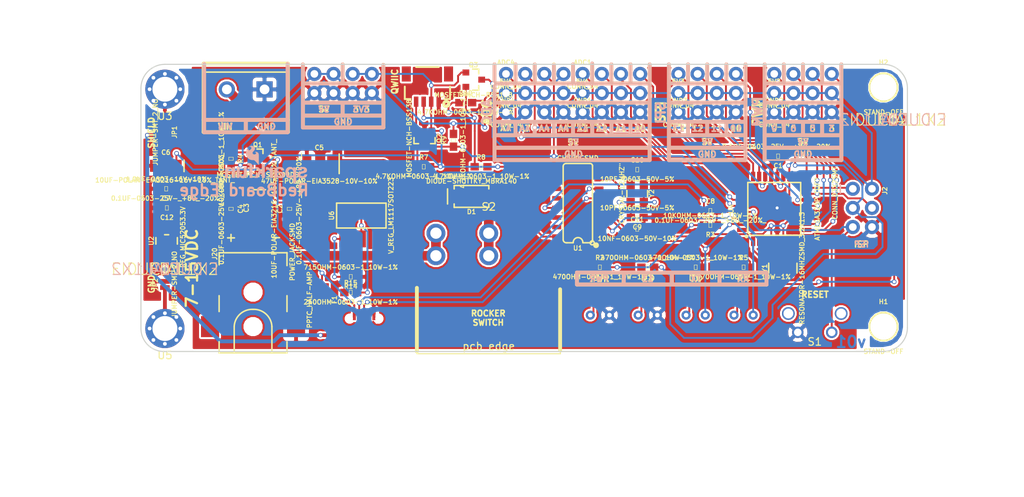
<source format=kicad_pcb>
(kicad_pcb (version 4) (host pcbnew 4.0.7)
  (layers (0 F.Cu signal) (31 B.Cu signal) (34 B.Paste user) (35 F.Paste user) (36 B.SilkS user) (37 F.SilkS user) (38 B.Mask user) (39 F.Mask user) (44 Edge.Cuts user))
  (net 0 "")
  (net 1 /AREF)
  (net 2 GND)
  (net 3 5V)
  (net 4 VIN)
  (net 5 3.3V)
  (net 6 /DTR)
  (net 7 /RESET)
  (net 8 "Net-(C10-Pad1)")
  (net 9 "Net-(C11-Pad1)")
  (net 10 "Net-(D1-PadA)")
  (net 11 /RXI)
  (net 12 "Net-(D2-Pad2)")
  (net 13 /TXO)
  (net 14 "Net-(D3-Pad2)")
  (net 15 "Net-(J4-PadD+)")
  (net 16 "Net-(J4-PadD-)")
  (net 17 /USBVCC)
  (net 18 /SCK)
  (net 19 "Net-(U1-Pad10)")
  (net 20 "Net-(U1-Pad11)")
  (net 21 "Net-(U1-Pad12)")
  (net 22 "Net-(U1-Pad14)")
  (net 23 "Net-(U1-Pad15)")
  (net 24 "Net-(U2-Pad4)")
  (net 25 /IO4)
  (net 26 "Net-(U4-Pad7)")
  (net 27 "Net-(U4-Pad8)")
  (net 28 /IO7)
  (net 29 /IO8)
  (net 30 /SS)
  (net 31 /MOSI)
  (net 32 /MISO)
  (net 33 /AD0)
  (net 34 /AD1)
  (net 35 /AD2)
  (net 36 /AD3)
  (net 37 /IO2)
  (net 38 /AD7)
  (net 39 /AD6)
  (net 40 /PWM9)
  (net 41 /PWM6)
  (net 42 /PWM5)
  (net 43 /PWM3)
  (net 44 /SDA)
  (net 45 /SCL)
  (net 46 /HI_SCL)
  (net 47 /HI_SDA)
  (net 48 "Net-(D4-Pad2)")
  (net 49 "Net-(D5-Pad2)")
  (net 50 /usb_shield)
  (net 51 "Net-(JP1-Pad1)")
  (net 52 "Net-(J4-PadID)")
  (net 53 "Net-(J20-PadP$4)")
  (net 54 "Net-(J20-PadVIN0)")
  (net 55 "Net-(U4-Pad17)")
  (net 56 "Net-(R14-Pad2)")
  (net 57 "Net-(F1-Pad2)")
  (net 58 "Net-(JP2-Pad1)")
  (net 59 "Net-(C9-Pad2)")
  (module Connectors:USB-B-MICRO-SMD (layer F.Cu) (at 130.5433 115.189 90)
    (fp_text reference J4)
    (fp_text value USB_MICRO-B_FEMALE-SMT)
    (pad D+ smd rect (at 2.72288 0 180) (size 0.39878 1.4478) (layers F.Cu F.Paste F.Mask) (net 15 "Net-(J4-PadD+)"))
    (pad D- smd rect (at 2.72288 -0.6477 180) (size 0.39878 1.4478) (layers F.Cu F.Paste F.Mask) (net 16 "Net-(J4-PadD-)"))
    (pad GND smd rect (at 2.72288 1.29794 180) (size 0.39878 1.4478) (layers F.Cu F.Paste F.Mask) (net 2 GND))
    (pad ID smd rect (at 2.72288 0.6477 180) (size 0.39878 1.4478) (layers F.Cu F.Paste F.Mask) (net 52 "Net-(J4-PadID)"))
    (pad SHIE smd rect (at 0 -3.683 180) (size 1.79832 1.4986) (layers F.Cu F.Paste F.Mask) (net 50 /usb_shield))
    (pad SHIE smd rect (at 0 3.683 180) (size 1.79832 1.4986) (layers F.Cu F.Paste F.Mask) (net 50 /usb_shield))
    (pad SHIE smd rect (at 0 0 180) (size 2.49936 1.4986) (layers F.Cu F.Paste F.Mask) (net 50 /usb_shield))
    (pad VBUS smd rect (at 2.72288 -1.29794 180) (size 0.39878 1.4478) (layers F.Cu F.Paste F.Mask) (net 57 "Net-(F1-Pad2)"))
    (pad "" np_thru_hole circle (at 2.19964 -1.89992 90) (size 0.84836 0.84836) (drill 0.84836) (layers *.Cu *.Mask))
    (pad "" np_thru_hole circle (at 2.19964 1.89992 90) (size 0.84836 0.84836) (drill 0.84836) (layers *.Cu *.Mask))
  )
  (module Connectors:1X04 (layer F.Cu) (at 184.912 80.518)
    (fp_text reference PWM1)
    (fp_text value CONN_04)
    (pad 1 thru_hole circle (at 0 0) (size 1.8796 1.8796) (drill 1.016) (layers *.Cu *.Mask) (net 40 /PWM9))
    (pad 2 thru_hole circle (at 2.54 0) (size 1.8796 1.8796) (drill 1.016) (layers *.Cu *.Mask) (net 41 /PWM6))
    (pad 3 thru_hole circle (at 5.08 0) (size 1.8796 1.8796) (drill 1.016) (layers *.Cu *.Mask) (net 42 /PWM5))
    (pad 4 thru_hole circle (at 7.62 0) (size 1.8796 1.8796) (drill 1.016) (layers *.Cu *.Mask) (net 43 /PWM3))
  )
  (module Connectors:1X04 (layer F.Cu) (at 172.212 80.518)
    (fp_text reference SPI1)
    (fp_text value CONN_04)
    (pad 1 thru_hole circle (at 0 0) (size 1.8796 1.8796) (drill 1.016) (layers *.Cu *.Mask) (net 18 /SCK))
    (pad 2 thru_hole circle (at 2.54 0) (size 1.8796 1.8796) (drill 1.016) (layers *.Cu *.Mask) (net 32 /MISO))
    (pad 3 thru_hole circle (at 5.08 0) (size 1.8796 1.8796) (drill 1.016) (layers *.Cu *.Mask) (net 31 /MOSI))
    (pad 4 thru_hole circle (at 7.62 0) (size 1.8796 1.8796) (drill 1.016) (layers *.Cu *.Mask) (net 30 /SS))
  )
  (module Connectors:1X04 (layer F.Cu) (at 123.952 83.058)
    (fp_text reference J6)
    (fp_text value CONN_04)
    (pad 1 thru_hole circle (at 0 0) (size 1.8796 1.8796) (drill 1.016) (layers *.Cu *.Mask) (net 2 GND))
    (pad 2 thru_hole circle (at 2.54 0) (size 1.8796 1.8796) (drill 1.016) (layers *.Cu *.Mask) (net 2 GND))
    (pad 3 thru_hole circle (at 5.08 0) (size 1.8796 1.8796) (drill 1.016) (layers *.Cu *.Mask) (net 2 GND))
    (pad 4 thru_hole circle (at 7.62 0) (size 1.8796 1.8796) (drill 1.016) (layers *.Cu *.Mask) (net 2 GND))
  )
  (module Connectors:1X04 (layer F.Cu) (at 131.572 80.518 180)
    (fp_text reference J5)
    (fp_text value CONN_04)
    (pad 1 thru_hole circle (at 0 0 180) (size 1.8796 1.8796) (drill 1.016) (layers *.Cu *.Mask) (net 5 3.3V))
    (pad 2 thru_hole circle (at 2.54 0 180) (size 1.8796 1.8796) (drill 1.016) (layers *.Cu *.Mask) (net 5 3.3V))
    (pad 3 thru_hole circle (at 5.08 0 180) (size 1.8796 1.8796) (drill 1.016) (layers *.Cu *.Mask) (net 3 5V))
    (pad 4 thru_hole circle (at 7.62 0 180) (size 1.8796 1.8796) (drill 1.016) (layers *.Cu *.Mask) (net 3 5V))
  )
  (module SparkX:SparkX-1X04_1MM_RA (layer F.Cu) (at 138.938 84.201 180)
    (fp_text reference J17)
    (fp_text value QWIIC_CONNECTORJS-1MM)
    (pad 1 smd rect (at -1.4986 0 180) (size 0.59944 1.34874) (layers F.Cu F.Paste F.Mask) (net 2 GND))
    (pad 2 smd rect (at -0.49784 0 180) (size 0.59944 1.34874) (layers F.Cu F.Paste F.Mask) (net 5 3.3V))
    (pad 3 smd rect (at 0.49784 0 180) (size 0.59944 1.34874) (layers F.Cu F.Paste F.Mask) (net 44 /SDA))
    (pad 4 smd rect (at 1.4986 0 180) (size 0.59944 1.34874) (layers F.Cu F.Paste F.Mask) (net 45 /SCL))
    (pad NC1 smd rect (at 2.79908 3.67284 180) (size 1.19888 1.99898) (layers F.Cu F.Paste F.Mask))
    (pad NC2 smd rect (at -2.79908 3.67284 180) (size 1.19888 1.99898) (layers F.Cu F.Paste F.Mask))
  )
  (module Connectors:SCREWTERMINAL-5MM-2 (layer F.Cu) (at 117.348 82.5754 180)
    (fp_text reference J1)
    (fp_text value CONN_025MM)
    (pad 1 thru_hole rect (at 0 0 180) (size 2.15 2.15) (drill 1.29794) (layers *.Cu *.Mask) (net 2 GND))
    (pad 2 thru_hole circle (at 4.99872 0 180) (size 2.15 2.15) (drill 1.29794) (layers *.Cu *.Mask) (net 4 VIN))
  )
  (module Connectors:2X3-NS (layer F.Cu) (at 196.596 98.298 270)
    (fp_text reference J2 (at -2.286 -2.9718 270) (layer F.SilkS) (effects (font (size 0.6096 0.6096) (thickness 0.127))))
    (fp_text value CONN_03X2SMT (at -1.9812 3.62966 270) (layer F.SilkS) (effects (font (size 0.6096 0.6096) (thickness 0.127))))
    (pad 1 thru_hole circle (at -2.54 1.27 270) (size 1.8796 1.8796) (drill 1.016) (layers *.Cu *.Mask) (net 32 /MISO))
    (pad 2 thru_hole circle (at -2.54 -1.27 270) (size 1.8796 1.8796) (drill 1.016) (layers *.Cu *.Mask) (net 3 5V))
    (pad 3 thru_hole circle (at 0 1.27 270) (size 1.8796 1.8796) (drill 1.016) (layers *.Cu *.Mask) (net 18 /SCK))
    (pad 4 thru_hole circle (at 0 -1.27 270) (size 1.8796 1.8796) (drill 1.016) (layers *.Cu *.Mask) (net 31 /MOSI))
    (pad 5 thru_hole circle (at 2.54 1.27 270) (size 1.8796 1.8796) (drill 1.016) (layers *.Cu *.Mask) (net 7 /RESET))
    (pad 6 thru_hole circle (at 2.54 -1.27 270) (size 1.8796 1.8796) (drill 1.016) (layers *.Cu *.Mask) (net 2 GND))
  )
  (module Aesthetics:FIDUCIAL-MICRO (layer B.Cu) (at 200.66 86.614)
    (fp_text reference FD1 (at 0 0) (layer B.SilkS) (effects (justify mirror)))
    (fp_text value FIDUCIAL1X2 (at 0 0) (layer B.SilkS) (effects (justify mirror)))
    (pad 1 smd circle (at 0 0) (size 0.635 0.635) (layers B.Cu B.Paste B.Mask))
  )
  (module Aesthetics:FIDUCIAL-MICRO (layer F.Cu) (at 200.66 86.614)
    (fp_text reference FD2 (at 0 0) (layer F.SilkS))
    (fp_text value FIDUCIAL1X2 (at 0 0) (layer F.SilkS))
    (pad 1 smd circle (at 0 0) (size 0.635 0.635) (layers F.Cu F.Paste F.Mask))
  )
  (module Aesthetics:FIDUCIAL-MICRO (layer F.Cu) (at 104.14 106.426)
    (fp_text reference FD3 (at 0 0) (layer F.SilkS))
    (fp_text value FIDUCIAL1X2 (at 0 0) (layer F.SilkS))
    (pad 1 smd circle (at 0 0) (size 0.635 0.635) (layers F.Cu F.Paste F.Mask))
  )
  (module Aesthetics:FIDUCIAL-MICRO (layer B.Cu) (at 104.14 106.426)
    (fp_text reference FD4 (at 0 0) (layer B.SilkS) (effects (justify mirror)))
    (fp_text value FIDUCIAL1X2 (at 0 0) (layer B.SilkS) (effects (justify mirror)))
    (pad 1 smd circle (at 0 0) (size 0.635 0.635) (layers B.Cu B.Paste B.Mask))
  )
  (module Hardware:STAND-OFF-TIGHT (layer F.Cu) (at 199.39 114.046)
    (fp_text reference H1 (at 0 -3.302) (layer F.SilkS) (effects (font (size 0.6096 0.6096) (thickness 0.127))))
    (fp_text value STAND-OFF (at 0 3.302) (layer F.SilkS) (effects (font (size 0.6096 0.6096) (thickness 0.127))))
    (pad "" np_thru_hole circle (at 0 0) (size 3.048 3.048) (drill 3.048) (layers *.Cu *.Mask))
  )
  (module Hardware:STAND-OFF-TIGHT (layer F.Cu) (at 199.39 82.296)
    (fp_text reference H2 (at 0 -3.302) (layer F.SilkS) (effects (font (size 0.6096 0.6096) (thickness 0.127))))
    (fp_text value STAND-OFF (at 0 3.302) (layer F.SilkS) (effects (font (size 0.6096 0.6096) (thickness 0.127))))
    (pad "" np_thru_hole circle (at 0 0) (size 3.048 3.048) (drill 3.048) (layers *.Cu *.Mask))
  )
  (module Capacitors:0603 (layer F.Cu) (at 185.42 91.44 180)
    (fp_text reference C1 (at 0 -1.27 180) (layer F.SilkS) (effects (font (size 0.6096 0.6096) (thickness 0.127))))
    (fp_text value 0.1UF-0603-25V-_+80_-20%_ (at 0 1.27 180) (layer F.SilkS) (effects (font (size 0.6096 0.6096) (thickness 0.127))))
    (pad 1 smd rect (at -0.84836 0 180) (size 1.09982 0.99822) (layers F.Cu F.Paste F.Mask) (net 1 /AREF))
    (pad 2 smd rect (at 0.84836 0 180) (size 1.09982 0.99822) (layers F.Cu F.Paste F.Mask) (net 2 GND))
  )
  (module Capacitors:0603 (layer F.Cu) (at 120.65 98.425 90)
    (fp_text reference C2 (at 0 -1.27 90) (layer F.SilkS) (effects (font (size 0.6096 0.6096) (thickness 0.127))))
    (fp_text value 0.1UF-0603-25V-_+80_-20%_ (at 0 1.27 90) (layer F.SilkS) (effects (font (size 0.6096 0.6096) (thickness 0.127))))
    (pad 1 smd rect (at -0.84836 0 90) (size 1.09982 0.99822) (layers F.Cu F.Paste F.Mask) (net 2 GND))
    (pad 2 smd rect (at 0.84836 0 90) (size 1.09982 0.99822) (layers F.Cu F.Paste F.Mask) (net 3 5V))
  )
  (module Capacitors:EIA3216 (layer F.Cu) (at 116.713 98.29546 90)
    (fp_text reference C3 (at 0 -1.778 90) (layer F.SilkS) (effects (font (size 0.6096 0.6096) (thickness 0.127))))
    (fp_text value 10UF-POLAR-EIA3216-16V-10%_TANT_ (at -0.127 1.905 90) (layer F.SilkS) (effects (font (size 0.6096 0.6096) (thickness 0.127))))
    (pad + smd rect (at 1.39954 0 180) (size 1.59766 1.39954) (layers F.Cu F.Paste F.Mask) (net 3 5V))
    (pad - smd rect (at -1.39954 0 180) (size 1.59766 1.39954) (layers F.Cu F.Paste F.Mask) (net 2 GND))
  )
  (module Capacitors:0603 (layer F.Cu) (at 112.903 98.425 270)
    (fp_text reference C4 (at 0 -1.27 270) (layer F.SilkS) (effects (font (size 0.6096 0.6096) (thickness 0.127))))
    (fp_text value 0.1UF-0603-25V-_+80_-20%_ (at 0 1.27 270) (layer F.SilkS) (effects (font (size 0.6096 0.6096) (thickness 0.127))))
    (pad 1 smd rect (at -0.84836 0 270) (size 1.09982 0.99822) (layers F.Cu F.Paste F.Mask) (net 3 5V))
    (pad 2 smd rect (at 0.84836 0 270) (size 1.09982 0.99822) (layers F.Cu F.Paste F.Mask) (net 2 GND))
  )
  (module Capacitors:EIA3528 (layer F.Cu) (at 124.60224 92.456)
    (fp_text reference C5 (at 0 -2.159) (layer F.SilkS) (effects (font (size 0.6096 0.6096) (thickness 0.127))))
    (fp_text value 47UF-POLAR-EIA3528-10V-10% (at 0 2.286) (layer F.SilkS) (effects (font (size 0.6096 0.6096) (thickness 0.127))))
    (pad A smd rect (at 1.64846 0 90) (size 2.49936 1.19888) (layers F.Cu F.Paste F.Mask) (net 4 VIN))
    (pad C smd rect (at -1.64846 0 90) (size 2.49936 1.19888) (layers F.Cu F.Paste F.Mask) (net 2 GND))
  )
  (module Capacitors:EIA3216 (layer F.Cu) (at 104.26446 92.71)
    (fp_text reference C6 (at 0 -1.778) (layer F.SilkS) (effects (font (size 0.6096 0.6096) (thickness 0.127))))
    (fp_text value 10UF-POLAR-EIA3216-16V-10%_TANT_ (at -0.127 1.905) (layer F.SilkS) (effects (font (size 0.6096 0.6096) (thickness 0.127))))
    (pad + smd rect (at 1.39954 0 90) (size 1.59766 1.39954) (layers F.Cu F.Paste F.Mask) (net 5 3.3V))
    (pad - smd rect (at -1.39954 0 90) (size 1.59766 1.39954) (layers F.Cu F.Paste F.Mask) (net 2 GND))
  )
  (module Capacitors:0603 (layer F.Cu) (at 104.30764 95.758 180)
    (fp_text reference C7 (at 0 -1.27 180) (layer F.SilkS) (effects (font (size 0.6096 0.6096) (thickness 0.127))))
    (fp_text value 1.0UF-0603-16V-10% (at 0 1.27 180) (layer F.SilkS) (effects (font (size 0.6096 0.6096) (thickness 0.127))))
    (pad 1 smd rect (at -0.84836 0 180) (size 1.09982 0.99822) (layers F.Cu F.Paste F.Mask) (net 5 3.3V))
    (pad 2 smd rect (at 0.84836 0 180) (size 1.09982 0.99822) (layers F.Cu F.Paste F.Mask) (net 2 GND))
  )
  (module Capacitors:0603 (layer F.Cu) (at 176.44364 98.679)
    (fp_text reference C8 (at 0 -1.27) (layer F.SilkS) (effects (font (size 0.6096 0.6096) (thickness 0.127))))
    (fp_text value 0.1UF-0603-25V-_+80_-20%_ (at 0 1.27) (layer F.SilkS) (effects (font (size 0.6096 0.6096) (thickness 0.127))))
    (pad 1 smd rect (at -0.84836 0) (size 1.09982 0.99822) (layers F.Cu F.Paste F.Mask) (net 6 /DTR))
    (pad 2 smd rect (at 0.84836 0) (size 1.09982 0.99822) (layers F.Cu F.Paste F.Mask) (net 7 /RESET))
  )
  (module Capacitors:0603 (layer F.Cu) (at 166.751 99.568 180)
    (fp_text reference C9 (at 0 -1.27 180) (layer F.SilkS) (effects (font (size 0.6096 0.6096) (thickness 0.127))))
    (fp_text value 10PF-0603-50V-5% (at 0 1.27 180) (layer F.SilkS) (effects (font (size 0.6096 0.6096) (thickness 0.127))))
    (pad 1 smd rect (at -0.84836 0 180) (size 1.09982 0.99822) (layers F.Cu F.Paste F.Mask) (net 2 GND))
    (pad 2 smd rect (at 0.84836 0 180) (size 1.09982 0.99822) (layers F.Cu F.Paste F.Mask) (net 59 "Net-(C9-Pad2)"))
  )
  (module Capacitors:0603 (layer F.Cu) (at 166.751 93.218)
    (fp_text reference C10 (at 0 -1.27) (layer F.SilkS) (effects (font (size 0.6096 0.6096) (thickness 0.127))))
    (fp_text value 10PF-0603-50V-5% (at 0 1.27) (layer F.SilkS) (effects (font (size 0.6096 0.6096) (thickness 0.127))))
    (pad 1 smd rect (at -0.84836 0) (size 1.09982 0.99822) (layers F.Cu F.Paste F.Mask) (net 8 "Net-(C10-Pad1)"))
    (pad 2 smd rect (at 0.84836 0) (size 1.09982 0.99822) (layers F.Cu F.Paste F.Mask) (net 2 GND))
  )
  (module Capacitors:0603 (layer F.Cu) (at 166.751 101.092)
    (fp_text reference C11 (at 0 -1.27) (layer F.SilkS) (effects (font (size 0.6096 0.6096) (thickness 0.127))))
    (fp_text value 10NF-0603-50V-10% (at 0 1.27) (layer F.SilkS) (effects (font (size 0.6096 0.6096) (thickness 0.127))))
    (pad 1 smd rect (at -0.84836 0) (size 1.09982 0.99822) (layers F.Cu F.Paste F.Mask) (net 9 "Net-(C11-Pad1)"))
    (pad 2 smd rect (at 0.84836 0) (size 1.09982 0.99822) (layers F.Cu F.Paste F.Mask) (net 2 GND))
  )
  (module Capacitors:0603 (layer F.Cu) (at 104.406 98.298 180)
    (fp_text reference C12 (at 0 -1.27 180) (layer F.SilkS) (effects (font (size 0.6096 0.6096) (thickness 0.127))))
    (fp_text value 0.1UF-0603-25V-_+80_-20%_ (at 0 1.27 180) (layer F.SilkS) (effects (font (size 0.6096 0.6096) (thickness 0.127))))
    (pad 1 smd rect (at -0.84836 0 180) (size 1.09982 0.99822) (layers F.Cu F.Paste F.Mask) (net 5 3.3V))
    (pad 2 smd rect (at 0.84836 0 180) (size 1.09982 0.99822) (layers F.Cu F.Paste F.Mask) (net 2 GND))
  )
  (module Silicon-Standard:SMA-DIODE (layer F.Cu) (at 144.78 96.774 180)
    (fp_text reference D1 (at 0 -2.032 180) (layer F.SilkS) (effects (font (size 0.6096 0.6096) (thickness 0.127))))
    (fp_text value DIODE-SHOTTKY_MBRA140 (at 0 2.032 180) (layer F.SilkS) (effects (font (size 0.6096 0.6096) (thickness 0.127))))
    (pad A smd rect (at -2.14884 0) (size 1.27 1.46812) (layers F.Cu F.Paste F.Mask) (net 10 "Net-(D1-PadA)"))
    (pad C smd rect (at 2.14884 0 180) (size 1.27 1.46812) (layers F.Cu F.Paste F.Mask) (net 4 VIN))
  )
  (module LED:LED_550_T1-.75_RT_ANG_PCB (layer F.Cu) (at 180.848 112.522)
    (fp_text reference D2 (at 0 -5.08) (layer F.SilkS))
    (fp_text value SPARKFUN-LED_LED-YELLOW-550)
    (pad 1 thru_hole circle (at 1.27 0) (size 1.2 1.2) (drill 0.6) (layers *.Cu *.Mask) (net 11 /RXI))
    (pad 2 thru_hole circle (at -1.27 0) (size 1.2 1.2) (drill 0.6) (layers *.Cu *.Mask) (net 12 "Net-(D2-Pad2)"))
  )
  (module LED:LED_550_T1-.75_RT_ANG_PCB (layer F.Cu) (at 174.498 112.522)
    (fp_text reference D3 (at 0 -5.08) (layer F.SilkS))
    (fp_text value SPARKFUN-LED_LED-GREEN-550)
    (pad 1 thru_hole circle (at 1.27 0) (size 1.2 1.2) (drill 0.6) (layers *.Cu *.Mask) (net 13 /TXO))
    (pad 2 thru_hole circle (at -1.27 0) (size 1.2 1.2) (drill 0.6) (layers *.Cu *.Mask) (net 14 "Net-(D3-Pad2)"))
  )
  (module LED:LED_550_T1-.75_RT_ANG_PCB (layer F.Cu) (at 161.798 112.522)
    (fp_text reference D4 (at 0 -5.08) (layer F.SilkS))
    (fp_text value SPARKFUN-LED_LED-RED-550)
    (pad 1 thru_hole circle (at 1.27 0) (size 1.2 1.2) (drill 0.6) (layers *.Cu *.Mask) (net 2 GND))
    (pad 2 thru_hole circle (at -1.27 0) (size 1.2 1.2) (drill 0.6) (layers *.Cu *.Mask) (net 48 "Net-(D4-Pad2)"))
  )
  (module LED:LED_550_T1-.75_RT_ANG_PCB (layer F.Cu) (at 168.148 112.522)
    (fp_text reference D5 (at 0 -5.08) (layer F.SilkS))
    (fp_text value SPARKFUN-LED_LED-YELLOW-550)
    (pad 1 thru_hole circle (at 1.27 0) (size 1.2 1.2) (drill 0.6) (layers *.Cu *.Mask) (net 2 GND))
    (pad 2 thru_hole circle (at -1.27 0) (size 1.2 1.2) (drill 0.6) (layers *.Cu *.Mask) (net 49 "Net-(D5-Pad2)"))
  )
  (module Fuses:1206 (layer F.Cu) (at 124.968 110.49 270)
    (fp_text reference F1 (at 0 -1.651 270) (layer F.SilkS) (effects (font (size 0.6096 0.6096) (thickness 0.127))))
    (fp_text value PPTC_HALF-AMP (at 0 1.651 270) (layer F.SilkS) (effects (font (size 0.6096 0.6096) (thickness 0.127))))
    (pad 1 smd rect (at -1.39954 0 270) (size 1.59766 1.79832) (layers F.Cu F.Paste F.Mask) (net 17 /USBVCC))
    (pad 2 smd rect (at 1.39954 0 270) (size 1.59766 1.79832) (layers F.Cu F.Paste F.Mask) (net 57 "Net-(F1-Pad2)"))
  )
  (module Jumpers:SMT-JUMPER_2_NO_NO-SILK (layer F.Cu) (at 104.14 88.2396 270)
    (fp_text reference JP1 (at 0 -1.27 270) (layer F.SilkS) (effects (font (size 0.6096 0.6096) (thickness 0.127))))
    (fp_text value JUMPER-SMT_2_NO (at 0 1.27 270) (layer F.SilkS) (effects (font (size 0.6096 0.6096) (thickness 0.127))))
    (pad 1 smd rect (at -0.4064 0 270) (size 0.635 1.27) (layers F.Cu F.Mask) (net 51 "Net-(JP1-Pad1)"))
    (pad 2 smd rect (at 0.4064 0 270) (size 0.635 1.27) (layers F.Cu F.Mask) (net 50 /usb_shield))
  )
  (module Jumpers:SMT-JUMPER_2_NO_NO-SILK (layer F.Cu) (at 104.14 108.458 90)
    (fp_text reference JP2 (at 0 -1.27 90) (layer F.SilkS) (effects (font (size 0.6096 0.6096) (thickness 0.127))))
    (fp_text value JUMPER-SMT_2_NO (at 0 1.27 90) (layer F.SilkS) (effects (font (size 0.6096 0.6096) (thickness 0.127))))
    (pad 1 smd rect (at -0.4064 0 90) (size 0.635 1.27) (layers F.Cu F.Mask) (net 58 "Net-(JP2-Pad1)"))
    (pad 2 smd rect (at 0.4064 0 90) (size 0.635 1.27) (layers F.Cu F.Mask) (net 2 GND))
  )
  (module Silicon-Standard:SOT23-3 (layer F.Cu) (at 116.44122 91.88196 270)
    (fp_text reference Q1 (at -1.9558 0 360) (layer F.SilkS) (effects (font (size 0.6096 0.6096) (thickness 0.127))))
    (fp_text value MOSFET_PCH-SI2309DS (at 2.032 0 360) (layer F.SilkS) (effects (font (size 0.6096 0.6096) (thickness 0.127))))
    (pad 1 smd rect (at -0.94996 0.99822 270) (size 0.79756 0.89916) (layers F.Cu F.Paste F.Mask) (net 53 "Net-(J20-PadP$4)"))
    (pad 2 smd rect (at 0.94996 0.99822 270) (size 0.79756 0.89916) (layers F.Cu F.Paste F.Mask) (net 3 5V))
    (pad 3 smd rect (at 0 -1.09982 270) (size 0.79756 0.89916) (layers F.Cu F.Paste F.Mask) (net 17 /USBVCC))
  )
  (module Silicon-Standard:SOT23-3 (layer F.Cu) (at 138.557 89.07272 180)
    (fp_text reference Q2 (at -1.9558 0 270) (layer F.SilkS) (effects (font (size 0.6096 0.6096) (thickness 0.127))))
    (fp_text value MOSFET-NCH-BSS138 (at 2.032 0 270) (layer F.SilkS) (effects (font (size 0.6096 0.6096) (thickness 0.127))))
    (pad 1 smd rect (at -0.94996 0.99822 180) (size 0.79756 0.89916) (layers F.Cu F.Paste F.Mask) (net 5 3.3V))
    (pad 2 smd rect (at 0.94996 0.99822 180) (size 0.79756 0.89916) (layers F.Cu F.Paste F.Mask) (net 45 /SCL))
    (pad 3 smd rect (at 0 -1.09982 180) (size 0.79756 0.89916) (layers F.Cu F.Paste F.Mask) (net 46 /HI_SCL))
  )
  (module Resistors:0603 (layer F.Cu) (at 168.148 106.172 180)
    (fp_text reference R1 (at 0 -1.27 180) (layer F.SilkS) (effects (font (size 0.6096 0.6096) (thickness 0.127))))
    (fp_text value 470OHM-0603-1_10W-1% (at 0 1.27 180) (layer F.SilkS) (effects (font (size 0.6096 0.6096) (thickness 0.127))))
    (pad 1 smd rect (at -0.84836 0 180) (size 1.09982 0.99822) (layers F.Cu F.Paste F.Mask) (net 18 /SCK))
    (pad 2 smd rect (at 0.84836 0 180) (size 1.09982 0.99822) (layers F.Cu F.Paste F.Mask) (net 49 "Net-(D5-Pad2)"))
  )
  (module Resistors:0603 (layer F.Cu) (at 161.798 106.172)
    (fp_text reference R2 (at 0 -1.27) (layer F.SilkS) (effects (font (size 0.6096 0.6096) (thickness 0.127))))
    (fp_text value 470OHM-0603-1_10W-1% (at 0 1.27) (layer F.SilkS) (effects (font (size 0.6096 0.6096) (thickness 0.127))))
    (pad 1 smd rect (at -0.84836 0) (size 1.09982 0.99822) (layers F.Cu F.Paste F.Mask) (net 48 "Net-(D4-Pad2)"))
    (pad 2 smd rect (at 0.84836 0) (size 1.09982 0.99822) (layers F.Cu F.Paste F.Mask) (net 3 5V))
  )
  (module Resistors:0603 (layer F.Cu) (at 176.44364 100.584 180)
    (fp_text reference R3 (at 0 -1.27 180) (layer F.SilkS) (effects (font (size 0.6096 0.6096) (thickness 0.127))))
    (fp_text value 10KOHM-0603-1_10W-1% (at 0 1.27 180) (layer F.SilkS) (effects (font (size 0.6096 0.6096) (thickness 0.127))))
    (pad 1 smd rect (at -0.84836 0 180) (size 1.09982 0.99822) (layers F.Cu F.Paste F.Mask) (net 7 /RESET))
    (pad 2 smd rect (at 0.84836 0 180) (size 1.09982 0.99822) (layers F.Cu F.Paste F.Mask) (net 3 5V))
  )
  (module Resistors:0603 (layer F.Cu) (at 112.903 91.78036 270)
    (fp_text reference R4 (at 0 -1.27 270) (layer F.SilkS) (effects (font (size 0.6096 0.6096) (thickness 0.127))))
    (fp_text value 10KOHM-0603-1_10W-1% (at 0 1.27 270) (layer F.SilkS) (effects (font (size 0.6096 0.6096) (thickness 0.127))))
    (pad 1 smd rect (at -0.84836 0 270) (size 1.09982 0.99822) (layers F.Cu F.Paste F.Mask) (net 53 "Net-(J20-PadP$4)"))
    (pad 2 smd rect (at 0.84836 0 270) (size 1.09982 0.99822) (layers F.Cu F.Paste F.Mask) (net 3 5V))
  )
  (module Resistors:0603 (layer F.Cu) (at 180.848 106.172)
    (fp_text reference R5 (at 0 -1.27) (layer F.SilkS) (effects (font (size 0.6096 0.6096) (thickness 0.127))))
    (fp_text value 470OHM-0603-1_10W-1% (at 0 1.27) (layer F.SilkS) (effects (font (size 0.6096 0.6096) (thickness 0.127))))
    (pad 1 smd rect (at -0.84836 0) (size 1.09982 0.99822) (layers F.Cu F.Paste F.Mask) (net 12 "Net-(D2-Pad2)"))
    (pad 2 smd rect (at 0.84836 0) (size 1.09982 0.99822) (layers F.Cu F.Paste F.Mask) (net 5 3.3V))
  )
  (module Resistors:0603 (layer F.Cu) (at 174.498 106.172 180)
    (fp_text reference R6 (at 0 -1.27 180) (layer F.SilkS) (effects (font (size 0.6096 0.6096) (thickness 0.127))))
    (fp_text value 470OHM-0603-1_10W-1% (at 0 1.27 180) (layer F.SilkS) (effects (font (size 0.6096 0.6096) (thickness 0.127))))
    (pad 1 smd rect (at -0.84836 0 180) (size 1.09982 0.99822) (layers F.Cu F.Paste F.Mask) (net 5 3.3V))
    (pad 2 smd rect (at 0.84836 0 180) (size 1.09982 0.99822) (layers F.Cu F.Paste F.Mask) (net 14 "Net-(D3-Pad2)"))
  )
  (module Resistors:0603 (layer F.Cu) (at 138.4554 92.837)
    (fp_text reference R7 (at 0 -1.27) (layer F.SilkS) (effects (font (size 0.6096 0.6096) (thickness 0.127))))
    (fp_text value 4.7KOHM-0603-1_10W-1% (at 0 1.27) (layer F.SilkS) (effects (font (size 0.6096 0.6096) (thickness 0.127))))
    (pad 1 smd rect (at -0.84836 0) (size 1.09982 0.99822) (layers F.Cu F.Paste F.Mask) (net 45 /SCL))
    (pad 2 smd rect (at 0.84836 0) (size 1.09982 0.99822) (layers F.Cu F.Paste F.Mask) (net 5 3.3V))
  )
  (module Resistors:0603 (layer F.Cu) (at 142.3924 89.32164 90)
    (fp_text reference R9 (at 0 -1.27 90) (layer F.SilkS) (effects (font (size 0.6096 0.6096) (thickness 0.127))))
    (fp_text value 4.7KOHM-0603-1_10W-1% (at 0 1.27 90) (layer F.SilkS) (effects (font (size 0.6096 0.6096) (thickness 0.127))))
    (pad 1 smd rect (at -0.84836 0 90) (size 1.09982 0.99822) (layers F.Cu F.Paste F.Mask) (net 46 /HI_SCL))
    (pad 2 smd rect (at 0.84836 0 90) (size 1.09982 0.99822) (layers F.Cu F.Paste F.Mask) (net 3 5V))
  )
  (module Resistors:0603 (layer F.Cu) (at 128.778 107.442 180)
    (fp_text reference R14 (at 0 -1.27 180) (layer F.SilkS) (effects (font (size 0.6096 0.6096) (thickness 0.127))))
    (fp_text value 715OHM-0603-1_10W-1% (at 0 1.27 180) (layer F.SilkS) (effects (font (size 0.6096 0.6096) (thickness 0.127))))
    (pad 1 smd rect (at -0.84836 0 180) (size 1.09982 0.99822) (layers F.Cu F.Paste F.Mask) (net 2 GND))
    (pad 2 smd rect (at 0.84836 0 180) (size 1.09982 0.99822) (layers F.Cu F.Paste F.Mask) (net 56 "Net-(R14-Pad2)"))
  )
  (module Resistors:0603 (layer F.Cu) (at 128.778 109.5248)
    (fp_text reference R15 (at 0 -1.27) (layer F.SilkS) (effects (font (size 0.6096 0.6096) (thickness 0.127))))
    (fp_text value 240OHM-0603-1_10W-1% (at 0 1.27) (layer F.SilkS) (effects (font (size 0.6096 0.6096) (thickness 0.127))))
    (pad 1 smd rect (at -0.84836 0) (size 1.09982 0.99822) (layers F.Cu F.Paste F.Mask) (net 56 "Net-(R14-Pad2)"))
    (pad 2 smd rect (at 0.84836 0) (size 1.09982 0.99822) (layers F.Cu F.Paste F.Mask) (net 3 5V))
  )
  (module Switches:RockerSwitch_RA (layer F.Cu) (at 147.066 117.648 180)
    (fp_text reference S2 (at 0 19.5 180) (layer F.SilkS))
    (fp_text value ROCKER_SWITCH-SPST_PTH_RIGHT_ANGLE)
    (fp_text user "pcb edge" (at 0 1 180) (layer F.SilkS))
    (pad 1 thru_hole circle (at 0 16 180) (size 2.5 2.5) (drill 1.5) (layers *.Cu *.Mask) (net 10 "Net-(D1-PadA)"))
    (pad 2 thru_hole circle (at 7 16 180) (size 2.5 2.5) (drill 1.5) (layers *.Cu *.Mask) (net 54 "Net-(J20-PadVIN0)"))
    (pad 1 thru_hole circle (at 0 13 180) (size 2.5 2.5) (drill 1.5) (layers *.Cu *.Mask) (net 10 "Net-(D1-PadA)"))
    (pad 2 thru_hole circle (at 7 13 180) (size 2.5 2.5) (drill 1.5) (layers *.Cu *.Mask) (net 54 "Net-(J20-PadVIN0)"))
  )
  (module Silicon-Standard:SO16 (layer F.Cu) (at 158.877 97.663 90)
    (fp_text reference U1 (at -5.969 0 180) (layer F.SilkS) (effects (font (size 0.6096 0.6096) (thickness 0.127))))
    (fp_text value CH340GSMD (at 5.969 0 180) (layer F.SilkS) (effects (font (size 0.6096 0.6096) (thickness 0.127))))
    (pad 1 smd rect (at -4.445 2.79908 90) (size 0.59944 1.19888) (layers F.Cu F.Paste F.Mask) (net 2 GND))
    (pad 2 smd rect (at -3.175 2.79908 90) (size 0.59944 1.19888) (layers F.Cu F.Paste F.Mask) (net 11 /RXI))
    (pad 3 smd rect (at -1.905 2.79908 90) (size 0.59944 1.19888) (layers F.Cu F.Paste F.Mask) (net 13 /TXO))
    (pad 4 smd rect (at -0.635 2.79908 90) (size 0.59944 1.19888) (layers F.Cu F.Paste F.Mask) (net 9 "Net-(C11-Pad1)"))
    (pad 5 smd rect (at 0.635 2.79908 90) (size 0.59944 1.19888) (layers F.Cu F.Paste F.Mask) (net 15 "Net-(J4-PadD+)"))
    (pad 6 smd rect (at 1.905 2.79908 90) (size 0.59944 1.19888) (layers F.Cu F.Paste F.Mask) (net 16 "Net-(J4-PadD-)"))
    (pad 7 smd rect (at 3.175 2.79908 90) (size 0.59944 1.19888) (layers F.Cu F.Paste F.Mask) (net 59 "Net-(C9-Pad2)"))
    (pad 8 smd rect (at 4.445 2.79908 90) (size 0.59944 1.19888) (layers F.Cu F.Paste F.Mask) (net 8 "Net-(C10-Pad1)"))
    (pad 9 smd rect (at 4.445 -2.79908 90) (size 0.59944 1.19888) (layers F.Cu F.Paste F.Mask) (net 2 GND))
    (pad 10 smd rect (at 3.175 -2.79908 90) (size 0.59944 1.19888) (layers F.Cu F.Paste F.Mask) (net 19 "Net-(U1-Pad10)"))
    (pad 11 smd rect (at 1.905 -2.79908 90) (size 0.59944 1.19888) (layers F.Cu F.Paste F.Mask) (net 20 "Net-(U1-Pad11)"))
    (pad 12 smd rect (at 0.635 -2.79908 90) (size 0.59944 1.19888) (layers F.Cu F.Paste F.Mask) (net 21 "Net-(U1-Pad12)"))
    (pad 13 smd rect (at -0.635 -2.79908 90) (size 0.59944 1.19888) (layers F.Cu F.Paste F.Mask) (net 6 /DTR))
    (pad 14 smd rect (at -1.905 -2.79908 90) (size 0.59944 1.19888) (layers F.Cu F.Paste F.Mask) (net 22 "Net-(U1-Pad14)"))
    (pad 15 smd rect (at -3.175 -2.79908 90) (size 0.59944 1.19888) (layers F.Cu F.Paste F.Mask) (net 23 "Net-(U1-Pad15)"))
    (pad 16 smd rect (at -4.445 -2.79908 90) (size 0.59944 1.19888) (layers F.Cu F.Paste F.Mask) (net 5 3.3V))
  )
  (module Silicon-Standard:SOT23-5 (layer F.Cu) (at 104.3686 102.6668)
    (fp_text reference U2 (at -2.032 0 90) (layer F.SilkS) (effects (font (size 0.6096 0.6096) (thickness 0.127))))
    (fp_text value V_REG_MIC52053.3V (at 2.159 0 90) (layer F.SilkS) (effects (font (size 0.6096 0.6096) (thickness 0.127))))
    (pad 1 smd rect (at -0.94996 1.29794) (size 0.54864 1.19888) (layers F.Cu F.Paste F.Mask) (net 3 5V))
    (pad 2 smd rect (at 0 1.29794) (size 0.54864 1.19888) (layers F.Cu F.Paste F.Mask) (net 2 GND))
    (pad 3 smd rect (at 0.94996 1.29794) (size 0.54864 1.19888) (layers F.Cu F.Paste F.Mask) (net 3 5V))
    (pad 4 smd rect (at 0.94996 -1.29794) (size 0.54864 1.19888) (layers F.Cu F.Paste F.Mask) (net 24 "Net-(U2-Pad4)"))
    (pad 5 smd rect (at -0.94996 -1.29794) (size 0.54864 1.19888) (layers F.Cu F.Paste F.Mask) (net 5 3.3V))
  )
  (module Hardware:STANDOFF_GROUNDING (layer F.Cu) (at 104.14 82.55)
    (fp_text reference U3 (at 0 3.556) (layer F.SilkS))
    (fp_text value Standoff_Grounding)
    (pad 1 thru_hole circle (at 0 0) (size 5.2 5.2) (drill 3.302) (layers *.Cu *.Mask) (net 51 "Net-(JP1-Pad1)"))
    (pad 1 thru_hole circle (at 2.032 0) (size 0.5 0.5) (drill 0.5) (layers *.Cu *.Mask) (net 51 "Net-(JP1-Pad1)"))
    (pad 1 thru_hole circle (at -2.032 0) (size 0.5 0.5) (drill 0.5) (layers *.Cu *.Mask) (net 51 "Net-(JP1-Pad1)"))
    (pad 1 thru_hole circle (at 0 -2.032) (size 0.5 0.5) (drill 0.5) (layers *.Cu *.Mask) (net 51 "Net-(JP1-Pad1)"))
    (pad 1 thru_hole circle (at 0 2.032) (size 0.5 0.5) (drill 0.5) (layers *.Cu *.Mask) (net 51 "Net-(JP1-Pad1)"))
    (pad 1 thru_hole circle (at 1.524 1.524) (size 0.5 0.5) (drill 0.5) (layers *.Cu *.Mask) (net 51 "Net-(JP1-Pad1)"))
    (pad 1 thru_hole circle (at 1.524 -1.524) (size 0.5 0.5) (drill 0.5) (layers *.Cu *.Mask) (net 51 "Net-(JP1-Pad1)"))
    (pad 1 thru_hole circle (at -1.524 -1.524) (size 0.5 0.5) (drill 0.5) (layers *.Cu *.Mask) (net 51 "Net-(JP1-Pad1)"))
    (pad 1 thru_hole circle (at -1.524 1.524) (size 0.5 0.5) (drill 0.5) (layers *.Cu *.Mask) (net 51 "Net-(JP1-Pad1)"))
  )
  (module Silicon-Standard:TQFP32-08 (layer F.Cu) (at 184.912 98.425 90)
    (fp_text reference U4 (at 0 -5.715 90) (layer F.SilkS) (effects (font (size 0.6096 0.6096) (thickness 0.127))))
    (fp_text value ATMEGA328P_TQFP (at 0 5.715 90) (layer F.SilkS) (effects (font (size 0.6096 0.6096) (thickness 0.127))))
    (pad 1 smd rect (at -4.2926 -2.79908 90) (size 1.27 0.5588) (layers F.Cu F.Paste F.Mask) (net 43 /PWM3))
    (pad 2 smd rect (at -4.2926 -1.99898 90) (size 1.27 0.5588) (layers F.Cu F.Paste F.Mask) (net 25 /IO4))
    (pad 3 smd rect (at -4.2926 -1.19888 90) (size 1.27 0.5588) (layers F.Cu F.Paste F.Mask) (net 2 GND))
    (pad 4 smd rect (at -4.2926 -0.39878 90) (size 1.27 0.5588) (layers F.Cu F.Paste F.Mask) (net 3 5V))
    (pad 5 smd rect (at -4.2926 0.39878 90) (size 1.27 0.5588) (layers F.Cu F.Paste F.Mask) (net 2 GND))
    (pad 6 smd rect (at -4.2926 1.19888 90) (size 1.27 0.5588) (layers F.Cu F.Paste F.Mask) (net 3 5V))
    (pad 7 smd rect (at -4.2926 1.99898 90) (size 1.27 0.5588) (layers F.Cu F.Paste F.Mask) (net 26 "Net-(U4-Pad7)"))
    (pad 8 smd rect (at -4.2926 2.79908 90) (size 1.27 0.5588) (layers F.Cu F.Paste F.Mask) (net 27 "Net-(U4-Pad8)"))
    (pad 9 smd rect (at -2.79908 4.2926 90) (size 0.5588 1.27) (layers F.Cu F.Paste F.Mask) (net 42 /PWM5))
    (pad 10 smd rect (at -1.99898 4.2926 90) (size 0.5588 1.27) (layers F.Cu F.Paste F.Mask) (net 41 /PWM6))
    (pad 11 smd rect (at -1.19888 4.2926 90) (size 0.5588 1.27) (layers F.Cu F.Paste F.Mask) (net 28 /IO7))
    (pad 12 smd rect (at -0.39878 4.2926 90) (size 0.5588 1.27) (layers F.Cu F.Paste F.Mask) (net 29 /IO8))
    (pad 13 smd rect (at 0.39878 4.2926 90) (size 0.5588 1.27) (layers F.Cu F.Paste F.Mask) (net 40 /PWM9))
    (pad 14 smd rect (at 1.19888 4.2926 90) (size 0.5588 1.27) (layers F.Cu F.Paste F.Mask) (net 30 /SS))
    (pad 15 smd rect (at 1.99898 4.2926 90) (size 0.5588 1.27) (layers F.Cu F.Paste F.Mask) (net 31 /MOSI))
    (pad 16 smd rect (at 2.79908 4.2926 90) (size 0.5588 1.27) (layers F.Cu F.Paste F.Mask) (net 32 /MISO))
    (pad 17 smd rect (at 4.2926 2.79908 90) (size 1.27 0.5588) (layers F.Cu F.Paste F.Mask) (net 55 "Net-(U4-Pad17)"))
    (pad 18 smd rect (at 4.2926 1.99898 90) (size 1.27 0.5588) (layers F.Cu F.Paste F.Mask) (net 3 5V))
    (pad 19 smd rect (at 4.2926 1.19888 90) (size 1.27 0.5588) (layers F.Cu F.Paste F.Mask) (net 39 /AD6))
    (pad 20 smd rect (at 4.2926 0.39878 90) (size 1.27 0.5588) (layers F.Cu F.Paste F.Mask) (net 1 /AREF))
    (pad 21 smd rect (at 4.2926 -0.39878 90) (size 1.27 0.5588) (layers F.Cu F.Paste F.Mask) (net 2 GND))
    (pad 22 smd rect (at 4.2926 -1.19888 90) (size 1.27 0.5588) (layers F.Cu F.Paste F.Mask) (net 38 /AD7))
    (pad 23 smd rect (at 4.2926 -1.99898 90) (size 1.27 0.5588) (layers F.Cu F.Paste F.Mask) (net 33 /AD0))
    (pad 24 smd rect (at 4.2926 -2.79908 90) (size 1.27 0.5588) (layers F.Cu F.Paste F.Mask) (net 34 /AD1))
    (pad 25 smd rect (at 2.79908 -4.2926 90) (size 0.5588 1.27) (layers F.Cu F.Paste F.Mask) (net 35 /AD2))
    (pad 26 smd rect (at 1.99898 -4.2926 90) (size 0.5588 1.27) (layers F.Cu F.Paste F.Mask) (net 36 /AD3))
    (pad 27 smd rect (at 1.19888 -4.2926 90) (size 0.5588 1.27) (layers F.Cu F.Paste F.Mask) (net 47 /HI_SDA))
    (pad 28 smd rect (at 0.39878 -4.2926 90) (size 0.5588 1.27) (layers F.Cu F.Paste F.Mask) (net 46 /HI_SCL))
    (pad 29 smd rect (at -0.39878 -4.2926 90) (size 0.5588 1.27) (layers F.Cu F.Paste F.Mask) (net 7 /RESET))
    (pad 30 smd rect (at -1.19888 -4.2926 90) (size 0.5588 1.27) (layers F.Cu F.Paste F.Mask) (net 11 /RXI))
    (pad 31 smd rect (at -1.99898 -4.2926 90) (size 0.5588 1.27) (layers F.Cu F.Paste F.Mask) (net 13 /TXO))
    (pad 32 smd rect (at -2.79908 -4.2926 90) (size 0.5588 1.27) (layers F.Cu F.Paste F.Mask) (net 37 /IO2))
  )
  (module Hardware:STANDOFF_GROUNDING (layer F.Cu) (at 104.14 114.3)
    (fp_text reference U5 (at 0 3.556) (layer F.SilkS))
    (fp_text value Standoff_Grounding)
    (pad 1 thru_hole circle (at 0 0) (size 5.2 5.2) (drill 3.302) (layers *.Cu *.Mask) (net 58 "Net-(JP2-Pad1)"))
    (pad 1 thru_hole circle (at 2.032 0) (size 0.5 0.5) (drill 0.5) (layers *.Cu *.Mask) (net 58 "Net-(JP2-Pad1)"))
    (pad 1 thru_hole circle (at -2.032 0) (size 0.5 0.5) (drill 0.5) (layers *.Cu *.Mask) (net 58 "Net-(JP2-Pad1)"))
    (pad 1 thru_hole circle (at 0 -2.032) (size 0.5 0.5) (drill 0.5) (layers *.Cu *.Mask) (net 58 "Net-(JP2-Pad1)"))
    (pad 1 thru_hole circle (at 0 2.032) (size 0.5 0.5) (drill 0.5) (layers *.Cu *.Mask) (net 58 "Net-(JP2-Pad1)"))
    (pad 1 thru_hole circle (at 1.524 1.524) (size 0.5 0.5) (drill 0.5) (layers *.Cu *.Mask) (net 58 "Net-(JP2-Pad1)"))
    (pad 1 thru_hole circle (at 1.524 -1.524) (size 0.5 0.5) (drill 0.5) (layers *.Cu *.Mask) (net 58 "Net-(JP2-Pad1)"))
    (pad 1 thru_hole circle (at -1.524 -1.524) (size 0.5 0.5) (drill 0.5) (layers *.Cu *.Mask) (net 58 "Net-(JP2-Pad1)"))
    (pad 1 thru_hole circle (at -1.524 1.524) (size 0.5 0.5) (drill 0.5) (layers *.Cu *.Mask) (net 58 "Net-(JP2-Pad1)"))
  )
  (module Clocks:RESONATOR-SMD-3.2X1.3 (layer F.Cu) (at 186.055 106.299)
    (fp_text reference Y1 (at -2.413 0 90) (layer F.SilkS) (effects (font (size 0.6096 0.6096) (thickness 0.127))))
    (fp_text value RESONATOR-16MHZSMD_3.2X1.3 (at 2.54 0 90) (layer F.SilkS) (effects (font (size 0.6096 0.6096) (thickness 0.127))))
    (fp_line (start -1.19888 0) (end -1.19888 -1.016) (layer F.Cu) (width 0.254))
    (fp_line (start -1.19888 1.016) (end -1.19888 0) (layer F.Cu) (width 0.254))
    (fp_line (start 1.19888 0) (end 1.19888 -1.016) (layer F.Cu) (width 0.254))
    (fp_line (start 1.19888 0) (end 1.19888 1.016) (layer F.Cu) (width 0.254))
    (fp_line (start 0 0) (end 0 -1.016) (layer F.Cu) (width 0.254))
    (fp_line (start 0 0) (end 0 1.016) (layer F.Cu) (width 0.254))
    (pad 1 smd oval (at -1.19888 0) (size 0.44958 1.905) (layers F.Cu F.Paste F.Mask) (net 26 "Net-(U4-Pad7)"))
    (pad 2 smd oval (at 0 0) (size 0.44958 1.905) (layers F.Cu F.Paste F.Mask) (net 2 GND))
    (pad 3 smd oval (at 1.19888 0) (size 0.44958 1.905) (layers F.Cu F.Paste F.Mask) (net 27 "Net-(U4-Pad8)"))
  )
  (module Silicon-Standard:SOT223 (layer F.Cu) (at 130.175 99.315)
    (fp_text reference U6 (at -3.937 0 90) (layer F.SilkS) (effects (font (size 0.6096 0.6096) (thickness 0.127))))
    (fp_text value V_REG_LM1117SOT223 (at 3.937 0 90) (layer F.SilkS) (effects (font (size 0.6096 0.6096) (thickness 0.127))))
    (pad 1 smd rect (at -2.3114 3.0988) (size 1.2192 2.2352) (layers F.Cu F.Paste F.Mask) (net 56 "Net-(R14-Pad2)"))
    (pad 2 smd rect (at 0 3.0988) (size 1.2192 2.2352) (layers F.Cu F.Paste F.Mask) (net 3 5V))
    (pad 3 smd rect (at 2.3114 3.0988) (size 1.2192 2.2352) (layers F.Cu F.Paste F.Mask) (net 4 VIN))
    (pad 4 smd rect (at 0 -3.0988) (size 3.59918 2.19964) (layers F.Cu F.Paste F.Mask) (net 3 5V))
  )
  (module Clocks:CRYSTAL-SMD-3.2X2.5MM (layer F.Cu) (at 166.751 96.393 270)
    (fp_text reference Y2 (at 0 -1.905 270) (layer F.SilkS) (effects (font (size 0.6096 0.6096) (thickness 0.127))))
    (fp_text value CRYSTAL-12MHZ" (at 0 2.032 270) (layer F.SilkS) (effects (font (size 0.6096 0.6096) (thickness 0.127))))
    (pad 1 smd rect (at -1.17348 0.87376 90) (size 1.19888 1.09982) (layers F.Cu F.Paste F.Mask) (net 8 "Net-(C10-Pad1)"))
    (pad 2 smd rect (at 1.17348 0.87376 270) (size 1.19888 1.09982) (layers F.Cu F.Paste F.Mask))
    (pad 3 smd rect (at 1.17348 -0.87376 270) (size 1.19888 1.09982) (layers F.Cu F.Paste F.Mask) (net 59 "Net-(C9-Pad2)"))
    (pad 4 smd rect (at -1.17348 -0.87376 90) (size 1.19888 1.09982) (layers F.Cu F.Paste F.Mask))
  )
  (module "Switches:SWITCH TACTILE SPST-NO 0.05A 12V" (layer F.Cu) (at 190.282 112.308)
    (fp_text reference S1 (at 0 3.75) (layer F.SilkS))
    (fp_text value MOMENTARY-SWITCH-SPST-2-PTH-RT-ANGLE)
    (pad NC thru_hole circle (at 3.5 0) (size 1.7 1.7) (drill 1.3) (layers *.Cu *.Mask))
    (pad 2 thru_hole circle (at 2.25 2.5) (size 1.524 1.524) (drill 1) (layers *.Cu *.Mask) (net 7 /RESET))
    (pad 1 thru_hole circle (at -2.25 2.5) (size 1.524 1.524) (drill 1) (layers *.Cu *.Mask) (net 2 GND))
    (pad NC thru_hole circle (at -3.5 0) (size 1.7 1.7) (drill 1.3) (layers *.Cu *.Mask))
  )
  (module Silicon-Standard:SOT23-3 (layer F.Cu) (at 145.034 81.28 270)
    (fp_text reference Q3 (at -1.9558 0 360) (layer F.SilkS) (effects (font (size 0.6096 0.6096) (thickness 0.127))))
    (fp_text value MOSFET-NCH-BSS138 (at 2.032 0 360) (layer F.SilkS) (effects (font (size 0.6096 0.6096) (thickness 0.127))))
    (pad 1 smd rect (at -0.94996 0.99822 270) (size 0.79756 0.89916) (layers F.Cu F.Paste F.Mask) (net 5 3.3V))
    (pad 2 smd rect (at 0.94996 0.99822 270) (size 0.79756 0.89916) (layers F.Cu F.Paste F.Mask) (net 44 /SDA))
    (pad 3 smd rect (at 0 -1.09982 270) (size 0.79756 0.89916) (layers F.Cu F.Paste F.Mask) (net 47 /HI_SDA))
  )
  (module Resistors:0603 (layer F.Cu) (at 146.05 92.837)
    (fp_text reference R8 (at 0 -1.27) (layer F.SilkS) (effects (font (size 0.6096 0.6096) (thickness 0.127))))
    (fp_text value 4.7KOHM-0603-1_10W-1% (at 0 1.27) (layer F.SilkS) (effects (font (size 0.6096 0.6096) (thickness 0.127))))
    (pad 1 smd rect (at -0.84836 0) (size 1.09982 0.99822) (layers F.Cu F.Paste F.Mask) (net 44 /SDA))
    (pad 2 smd rect (at 0.84836 0) (size 1.09982 0.99822) (layers F.Cu F.Paste F.Mask) (net 5 3.3V))
  )
  (module Resistors:0603 (layer F.Cu) (at 144.018 84.328)
    (fp_text reference R10 (at 0 -1.27) (layer F.SilkS) (effects (font (size 0.6096 0.6096) (thickness 0.127))))
    (fp_text value 4.7KOHM-0603-1_10W-1% (at 0 1.27) (layer F.SilkS) (effects (font (size 0.6096 0.6096) (thickness 0.127))))
    (pad 1 smd rect (at -0.84836 0) (size 1.09982 0.99822) (layers F.Cu F.Paste F.Mask) (net 47 /HI_SDA))
    (pad 2 smd rect (at 0.84836 0) (size 1.09982 0.99822) (layers F.Cu F.Paste F.Mask) (net 3 5V))
  )
  (module Connectors:1X04_NO_SILK (layer F.Cu) (at 159.512 83.058)
    (fp_text reference 5V1 (at 0 -1.524) (layer F.SilkS) (effects (font (size 0.6096 0.6096) (thickness 0.127))))
    (fp_text value CONN_04 (at 0 1.651) (layer F.SilkS) (effects (font (size 0.6096 0.6096) (thickness 0.127))))
    (pad 1 thru_hole circle (at 0 0) (size 1.8796 1.8796) (drill 1.016) (layers *.Cu *.Mask) (net 3 5V))
    (pad 2 thru_hole circle (at 2.54 0) (size 1.8796 1.8796) (drill 1.016) (layers *.Cu *.Mask) (net 3 5V))
    (pad 3 thru_hole circle (at 5.08 0) (size 1.8796 1.8796) (drill 1.016) (layers *.Cu *.Mask) (net 3 5V))
    (pad 4 thru_hole circle (at 7.62 0) (size 1.8796 1.8796) (drill 1.016) (layers *.Cu *.Mask) (net 3 5V))
  )
  (module Connectors:1X04_NO_SILK (layer F.Cu) (at 184.912 83.058)
    (fp_text reference 5V2 (at 0 -1.524) (layer F.SilkS) (effects (font (size 0.6096 0.6096) (thickness 0.127))))
    (fp_text value CONN_04 (at 0 1.651) (layer F.SilkS) (effects (font (size 0.6096 0.6096) (thickness 0.127))))
    (pad 1 thru_hole circle (at 0 0) (size 1.8796 1.8796) (drill 1.016) (layers *.Cu *.Mask) (net 3 5V))
    (pad 2 thru_hole circle (at 2.54 0) (size 1.8796 1.8796) (drill 1.016) (layers *.Cu *.Mask) (net 3 5V))
    (pad 3 thru_hole circle (at 5.08 0) (size 1.8796 1.8796) (drill 1.016) (layers *.Cu *.Mask) (net 3 5V))
    (pad 4 thru_hole circle (at 7.62 0) (size 1.8796 1.8796) (drill 1.016) (layers *.Cu *.Mask) (net 3 5V))
  )
  (module Connectors:1X04_NO_SILK (layer F.Cu) (at 172.212 83.058)
    (fp_text reference 5V3 (at 0 -1.524) (layer F.SilkS) (effects (font (size 0.6096 0.6096) (thickness 0.127))))
    (fp_text value CONN_04 (at 0 1.651) (layer F.SilkS) (effects (font (size 0.6096 0.6096) (thickness 0.127))))
    (pad 1 thru_hole circle (at 0 0) (size 1.8796 1.8796) (drill 1.016) (layers *.Cu *.Mask) (net 3 5V))
    (pad 2 thru_hole circle (at 2.54 0) (size 1.8796 1.8796) (drill 1.016) (layers *.Cu *.Mask) (net 3 5V))
    (pad 3 thru_hole circle (at 5.08 0) (size 1.8796 1.8796) (drill 1.016) (layers *.Cu *.Mask) (net 3 5V))
    (pad 4 thru_hole circle (at 7.62 0) (size 1.8796 1.8796) (drill 1.016) (layers *.Cu *.Mask) (net 3 5V))
  )
  (module Connectors:1X04_NO_SILK (layer F.Cu) (at 149.352 83.058)
    (fp_text reference 5V4 (at 0 -1.524) (layer F.SilkS) (effects (font (size 0.6096 0.6096) (thickness 0.127))))
    (fp_text value CONN_04 (at 0 1.651) (layer F.SilkS) (effects (font (size 0.6096 0.6096) (thickness 0.127))))
    (pad 1 thru_hole circle (at 0 0) (size 1.8796 1.8796) (drill 1.016) (layers *.Cu *.Mask) (net 3 5V))
    (pad 2 thru_hole circle (at 2.54 0) (size 1.8796 1.8796) (drill 1.016) (layers *.Cu *.Mask) (net 3 5V))
    (pad 3 thru_hole circle (at 5.08 0) (size 1.8796 1.8796) (drill 1.016) (layers *.Cu *.Mask) (net 3 5V))
    (pad 4 thru_hole circle (at 7.62 0) (size 1.8796 1.8796) (drill 1.016) (layers *.Cu *.Mask) (net 3 5V))
  )
  (module Connectors:1X04_NO_SILK (layer F.Cu) (at 159.512 80.518)
    (fp_text reference ADC1 (at 0 -1.524) (layer F.SilkS) (effects (font (size 0.6096 0.6096) (thickness 0.127))))
    (fp_text value CONN_04 (at 0 1.651) (layer F.SilkS) (effects (font (size 0.6096 0.6096) (thickness 0.127))))
    (pad 1 thru_hole circle (at 0 0) (size 1.8796 1.8796) (drill 1.016) (layers *.Cu *.Mask) (net 36 /AD3))
    (pad 2 thru_hole circle (at 2.54 0) (size 1.8796 1.8796) (drill 1.016) (layers *.Cu *.Mask) (net 35 /AD2))
    (pad 3 thru_hole circle (at 5.08 0) (size 1.8796 1.8796) (drill 1.016) (layers *.Cu *.Mask) (net 34 /AD1))
    (pad 4 thru_hole circle (at 7.62 0) (size 1.8796 1.8796) (drill 1.016) (layers *.Cu *.Mask) (net 33 /AD0))
  )
  (module Connectors:1X04_NO_SILK (layer F.Cu) (at 149.352 80.518)
    (fp_text reference ADC4 (at 0 -1.524) (layer F.SilkS) (effects (font (size 0.6096 0.6096) (thickness 0.127))))
    (fp_text value CONN_04 (at 0 1.651) (layer F.SilkS) (effects (font (size 0.6096 0.6096) (thickness 0.127))))
    (pad 1 thru_hole circle (at 0 0) (size 1.8796 1.8796) (drill 1.016) (layers *.Cu *.Mask) (net 38 /AD7))
    (pad 2 thru_hole circle (at 2.54 0) (size 1.8796 1.8796) (drill 1.016) (layers *.Cu *.Mask) (net 39 /AD6))
    (pad 3 thru_hole circle (at 5.08 0) (size 1.8796 1.8796) (drill 1.016) (layers *.Cu *.Mask) (net 46 /HI_SCL))
    (pad 4 thru_hole circle (at 7.62 0) (size 1.8796 1.8796) (drill 1.016) (layers *.Cu *.Mask) (net 47 /HI_SDA))
  )
  (module Connectors:1X04_NO_SILK (layer F.Cu) (at 159.512 85.598)
    (fp_text reference GND1 (at 0 -1.524) (layer F.SilkS) (effects (font (size 0.6096 0.6096) (thickness 0.127))))
    (fp_text value CONN_04 (at 0 1.651) (layer F.SilkS) (effects (font (size 0.6096 0.6096) (thickness 0.127))))
    (pad 1 thru_hole circle (at 0 0) (size 1.8796 1.8796) (drill 1.016) (layers *.Cu *.Mask) (net 2 GND))
    (pad 2 thru_hole circle (at 2.54 0) (size 1.8796 1.8796) (drill 1.016) (layers *.Cu *.Mask) (net 2 GND))
    (pad 3 thru_hole circle (at 5.08 0) (size 1.8796 1.8796) (drill 1.016) (layers *.Cu *.Mask) (net 2 GND))
    (pad 4 thru_hole circle (at 7.62 0) (size 1.8796 1.8796) (drill 1.016) (layers *.Cu *.Mask) (net 2 GND))
  )
  (module Connectors:1X04_NO_SILK (layer F.Cu) (at 184.912 85.598)
    (fp_text reference GND2 (at 0 -1.524) (layer F.SilkS) (effects (font (size 0.6096 0.6096) (thickness 0.127))))
    (fp_text value CONN_04 (at 0 1.651) (layer F.SilkS) (effects (font (size 0.6096 0.6096) (thickness 0.127))))
    (pad 1 thru_hole circle (at 0 0) (size 1.8796 1.8796) (drill 1.016) (layers *.Cu *.Mask) (net 2 GND))
    (pad 2 thru_hole circle (at 2.54 0) (size 1.8796 1.8796) (drill 1.016) (layers *.Cu *.Mask) (net 2 GND))
    (pad 3 thru_hole circle (at 5.08 0) (size 1.8796 1.8796) (drill 1.016) (layers *.Cu *.Mask) (net 2 GND))
    (pad 4 thru_hole circle (at 7.62 0) (size 1.8796 1.8796) (drill 1.016) (layers *.Cu *.Mask) (net 2 GND))
  )
  (module Connectors:1X04_NO_SILK (layer F.Cu) (at 172.212 85.598)
    (fp_text reference GND3 (at 0 -1.524) (layer F.SilkS) (effects (font (size 0.6096 0.6096) (thickness 0.127))))
    (fp_text value CONN_04 (at 0 1.651) (layer F.SilkS) (effects (font (size 0.6096 0.6096) (thickness 0.127))))
    (pad 1 thru_hole circle (at 0 0) (size 1.8796 1.8796) (drill 1.016) (layers *.Cu *.Mask) (net 2 GND))
    (pad 2 thru_hole circle (at 2.54 0) (size 1.8796 1.8796) (drill 1.016) (layers *.Cu *.Mask) (net 2 GND))
    (pad 3 thru_hole circle (at 5.08 0) (size 1.8796 1.8796) (drill 1.016) (layers *.Cu *.Mask) (net 2 GND))
    (pad 4 thru_hole circle (at 7.62 0) (size 1.8796 1.8796) (drill 1.016) (layers *.Cu *.Mask) (net 2 GND))
  )
  (module Connectors:1X04_NO_SILK (layer F.Cu) (at 149.352 85.598)
    (fp_text reference GND4 (at 0 -1.524) (layer F.SilkS) (effects (font (size 0.6096 0.6096) (thickness 0.127))))
    (fp_text value CONN_04 (at 0 1.651) (layer F.SilkS) (effects (font (size 0.6096 0.6096) (thickness 0.127))))
    (pad 1 thru_hole circle (at 0 0) (size 1.8796 1.8796) (drill 1.016) (layers *.Cu *.Mask) (net 2 GND))
    (pad 2 thru_hole circle (at 2.54 0) (size 1.8796 1.8796) (drill 1.016) (layers *.Cu *.Mask) (net 2 GND))
    (pad 3 thru_hole circle (at 5.08 0) (size 1.8796 1.8796) (drill 1.016) (layers *.Cu *.Mask) (net 2 GND))
    (pad 4 thru_hole circle (at 7.62 0) (size 1.8796 1.8796) (drill 1.016) (layers *.Cu *.Mask) (net 2 GND))
  )
  (module Connectors:POWER_JACK_SMD_GND (layer F.Cu) (at 115.824 114.046 90)
    (fp_text reference J20 (at 9.652 -5.08 90) (layer F.SilkS) (effects (font (size 0.6096 0.6096) (thickness 0.127))))
    (fp_text value POWER_JACKSMD (at 9.906 5.207 90) (layer F.SilkS) (effects (font (size 0.6096 0.6096) (thickness 0.127))))
    (pad GND smd rect (at 0 5.69976 90) (size 2.79908 2.39776) (layers F.Cu F.Paste F.Mask) (net 2 GND))
    (pad GND smd rect (at 6.09854 5.69976 90) (size 2.79908 2.39776) (layers F.Cu F.Paste F.Mask) (net 2 GND))
    (pad VIN0 smd rect (at 0 -5.69976 90) (size 2.79908 2.39776) (layers F.Cu F.Paste F.Mask) (net 54 "Net-(J20-PadVIN0)"))
    (pad VIN1 smd rect (at 6.09854 -5.69976 90) (size 2.79908 2.39776) (layers F.Cu F.Paste F.Mask))
    (pad "" np_thru_hole circle (at 0 0 90) (size 2.032 2.032) (drill 2.032) (layers *.Cu *.Mask))
    (pad "" np_thru_hole circle (at 4.572 0 90) (size 2.032 2.032) (drill 2.032) (layers *.Cu *.Mask))
  )
  (module Aesthetics:SFE_LOGO_NAME_FLAME_.1 (layer B.Cu) (at 123.444 95.25 180)
    (fp_text reference "" (at 0 0 180) (layer B.SilkS) (effects (justify mirror)))
    (fp_text value "" (at 0 0 180) (layer B.SilkS) (effects (justify mirror)))
  )
  (gr_text v01 (at 195.072 116.078) (layer B.Cu) (effects (font (size 1.5 1.5) (thickness 0.3)) (justify mirror)))
  (gr_text A4 (at 154.432 87.757) (layer F.SilkS) (effects (font (size 0.8 0.8) (thickness 0.2))))
  (gr_text A7 (at 151.892 87.757) (layer F.SilkS) (effects (font (size 0.8 0.8) (thickness 0.2))))
  (gr_text A4 (at 151.8285 87.757) (layer B.SilkS) (effects (font (size 0.8 0.8) (thickness 0.2)) (justify mirror)))
  (gr_text A4 (at 154.3685 87.757) (layer B.SilkS) (effects (font (size 0.8 0.8) (thickness 0.2)) (justify mirror)))
  (gr_line (start 150.622 79.248) (end 150.622 81.6356) (layer F.SilkS) (width 0.508))
  (gr_line (start 153.162 79.248) (end 153.162 81.6356) (layer F.SilkS) (width 0.508))
  (gr_line (start 150.622 79.248) (end 150.622 81.5975) (layer B.SilkS) (width 0.508))
  (gr_line (start 153.162 79.248) (end 153.162 81.5975) (layer B.SilkS) (width 0.508))
  (gr_line (start 150.622 86.9696) (end 150.622 88.4936) (layer F.SilkS) (width 0.508))
  (gr_line (start 153.162 86.9696) (end 153.162 88.4936) (layer F.SilkS) (width 0.508))
  (gr_line (start 150.622 88.5825) (end 150.622 86.995) (layer B.SilkS) (width 0.508))
  (gr_line (start 153.162 88.5825) (end 153.162 86.995) (layer B.SilkS) (width 0.508))
  (gr_line (start 168.3385 88.646) (end 147.828 88.646) (layer B.SilkS) (width 0.508))
  (gr_line (start 147.828 91.948) (end 147.828 79.248) (layer B.SilkS) (width 0.508))
  (gr_line (start 147.828 79.248) (end 147.828 91.948) (layer F.SilkS) (width 0.508))
  (gr_line (start 147.828 79.248) (end 147.828 91.948) (layer B.SilkS) (width 0.2))
  (gr_line (start 156.5275 117.221) (end 156.5275 109.093) (layer F.SilkS) (width 0.508))
  (gr_line (start 137.541 117.348) (end 137.541 108.9025) (layer F.SilkS) (width 0.508))
  (gr_text "ROCKER\nSWITCH" (at 147.0025 112.903) (layer F.SilkS) (effects (font (size 0.762 0.762) (thickness 0.1905))))
  (gr_text 7-15VDC (at 107.7214 106.299 90) (layer F.SilkS) (effects (font (size 1.5 1.5) (thickness 0.3))))
  (gr_text - (at 118.872 102.1588) (layer F.SilkS) (effects (font (size 1.2 1.2) (thickness 0.2))))
  (gr_text + (at 112.903 102.1842) (layer F.SilkS) (effects (font (size 1.2 1.2) (thickness 0.2))))
  (gr_line (start 177.673 108.3945) (end 177.673 106.9975) (layer B.SilkS) (width 0.508))
  (gr_line (start 171.323 108.3945) (end 171.323 106.934) (layer B.SilkS) (width 0.508))
  (gr_line (start 164.973 108.3945) (end 164.973 106.9975) (layer B.SilkS) (width 0.508))
  (gr_line (start 183.896 106.8705) (end 158.75 106.8705) (layer B.SilkS) (width 0.508))
  (gr_line (start 183.896 108.458) (end 183.896 106.8705) (layer B.SilkS) (width 0.508))
  (gr_line (start 158.75 108.458) (end 183.896 108.458) (layer B.SilkS) (width 0.508))
  (gr_line (start 158.75 106.8705) (end 158.75 108.458) (layer B.SilkS) (width 0.508))
  (gr_line (start 191.262 86.9315) (end 191.262 88.519) (layer B.SilkS) (width 0.508))
  (gr_line (start 188.722 86.868) (end 188.722 88.646) (layer B.SilkS) (width 0.508))
  (gr_line (start 186.182 86.9315) (end 186.182 88.519) (layer B.SilkS) (width 0.508))
  (gr_line (start 193.675 90.297) (end 183.7055 90.297) (layer B.SilkS) (width 0.508))
  (gr_line (start 183.642 88.646) (end 193.675 88.646) (layer B.SilkS) (width 0.508))
  (gr_line (start 193.802 86.868) (end 183.769 86.868) (layer B.SilkS) (width 0.508))
  (gr_line (start 183.769 84.328) (end 193.6115 84.328) (layer B.SilkS) (width 0.508))
  (gr_line (start 193.675 81.788) (end 183.769 81.788) (layer B.SilkS) (width 0.508))
  (gr_line (start 191.262 79.248) (end 191.262 81.7245) (layer B.SilkS) (width 0.508))
  (gr_line (start 188.722 79.248) (end 188.722 81.7245) (layer B.SilkS) (width 0.508))
  (gr_line (start 186.182 79.248) (end 186.182 81.788) (layer B.SilkS) (width 0.508))
  (gr_line (start 183.642 91.948) (end 183.642 79.248) (layer B.SilkS) (width 0.508))
  (gr_line (start 193.802 91.948) (end 187.198 91.948) (layer B.SilkS) (width 0.508))
  (gr_line (start 193.802 79.248) (end 193.802 91.948) (layer B.SilkS) (width 0.508))
  (gr_line (start 173.482 86.995) (end 173.482 88.519) (layer B.SilkS) (width 0.508))
  (gr_line (start 176.022 86.995) (end 176.022 88.4555) (layer B.SilkS) (width 0.508))
  (gr_line (start 178.562 86.995) (end 178.562 88.5825) (layer B.SilkS) (width 0.508))
  (gr_line (start 173.482 79.248) (end 173.482 81.661) (layer B.SilkS) (width 0.508))
  (gr_line (start 178.562 79.248) (end 178.562 81.7245) (layer B.SilkS) (width 0.508))
  (gr_line (start 176.022 79.248) (end 176.022 81.661) (layer B.SilkS) (width 0.508))
  (gr_line (start 170.942 90.297) (end 181.0385 90.297) (layer B.SilkS) (width 0.508))
  (gr_line (start 181.0385 88.646) (end 171.069 88.646) (layer B.SilkS) (width 0.508))
  (gr_line (start 170.942 86.868) (end 180.975 86.868) (layer B.SilkS) (width 0.508))
  (gr_line (start 181.0385 84.328) (end 171.069 84.328) (layer B.SilkS) (width 0.508))
  (gr_line (start 170.942 81.788) (end 180.975 81.788) (layer B.SilkS) (width 0.508))
  (gr_line (start 170.942 91.948) (end 170.942 79.248) (layer B.SilkS) (width 0.508))
  (gr_line (start 181.102 91.948) (end 170.942 91.948) (layer B.SilkS) (width 0.508))
  (gr_line (start 181.102 79.248) (end 181.102 91.948) (layer B.SilkS) (width 0.508))
  (gr_line (start 165.862 79.248) (end 165.862 81.7245) (layer B.SilkS) (width 0.508))
  (gr_line (start 163.322 79.248) (end 163.322 81.661) (layer B.SilkS) (width 0.508))
  (gr_line (start 160.782 79.121) (end 160.782 81.661) (layer B.SilkS) (width 0.508))
  (gr_line (start 158.242 79.248) (end 158.242 81.788) (layer B.SilkS) (width 0.508))
  (gr_line (start 155.702 79.3115) (end 155.702 81.661) (layer B.SilkS) (width 0.508))
  (gr_line (start 155.702 88.646) (end 155.702 87.0585) (layer B.SilkS) (width 0.508))
  (gr_line (start 158.242 86.9315) (end 158.242 88.519) (layer B.SilkS) (width 0.508))
  (gr_line (start 165.862 86.9315) (end 165.862 88.5825) (layer B.SilkS) (width 0.508))
  (gr_line (start 163.322 86.9315) (end 163.322 88.519) (layer B.SilkS) (width 0.508))
  (gr_line (start 160.782 88.5825) (end 160.782 87.0585) (layer B.SilkS) (width 0.508))
  (gr_line (start 147.828 90.297) (end 168.275 90.297) (layer B.SilkS) (width 0.508))
  (gr_line (start 147.828 86.868) (end 168.275 86.868) (layer B.SilkS) (width 0.508))
  (gr_line (start 168.275 84.328) (end 147.828 84.328) (layer B.SilkS) (width 0.508))
  (gr_line (start 147.828 81.788) (end 168.3385 81.788) (layer B.SilkS) (width 0.508))
  (gr_line (start 168.402 91.948) (end 147.828 91.948) (layer B.SilkS) (width 0.508))
  (gr_line (start 168.402 79.248) (end 168.402 91.948) (layer B.SilkS) (width 0.508))
  (gr_line (start 109.347 86.6775) (end 109.347 79.1845) (layer B.SilkS) (width 0.508))
  (gr_line (start 120.396 86.6775) (end 120.396 79.1845) (layer B.SilkS) (width 0.508))
  (gr_line (start 127.6985 84.3915) (end 127.6985 85.9155) (layer B.SilkS) (width 0.508))
  (gr_line (start 122.555 86.0425) (end 132.969 86.0425) (layer B.SilkS) (width 0.508))
  (gr_line (start 132.969 84.328) (end 122.6185 84.328) (layer B.SilkS) (width 0.508))
  (gr_line (start 122.555 81.788) (end 132.9055 81.788) (layer B.SilkS) (width 0.508))
  (gr_line (start 127.6985 79.248) (end 127.6985 81.788) (layer B.SilkS) (width 0.508))
  (gr_line (start 133.096 87.63) (end 133.096 79.3115) (layer B.SilkS) (width 0.508))
  (gr_line (start 122.428 87.63) (end 133.096 87.63) (layer B.SilkS) (width 0.508))
  (gr_line (start 122.428 79.248) (end 122.428 87.63) (layer B.SilkS) (width 0.508))
  (gr_line (start 114.8715 88.265) (end 114.8715 86.6775) (layer B.SilkS) (width 0.508))
  (gr_line (start 109.347 88.265) (end 109.347 86.614) (layer B.SilkS) (width 0.508))
  (gr_line (start 120.396 88.265) (end 109.347 88.265) (layer B.SilkS) (width 0.508))
  (gr_line (start 120.396 86.614) (end 120.396 88.265) (layer B.SilkS) (width 0.508))
  (gr_line (start 109.347 86.614) (end 120.396 86.614) (layer B.SilkS) (width 0.508))
  (gr_arc (start 199.39 114.173) (end 202.565 114.173) (angle 90) (layer Edge.Cuts) (width 0.15))
  (gr_arc (start 199.39 82.423) (end 199.39 79.248) (angle 92.29061004) (layer Edge.Cuts) (width 0.15))
  (gr_arc (start 104.14 82.423) (end 100.965 82.423) (angle 90) (layer Edge.Cuts) (width 0.15))
  (gr_arc (start 104.013 114.3) (end 104.013 117.348) (angle 90) (layer Edge.Cuts) (width 0.15))
  (gr_line (start 177.6476 106.9848) (end 177.6476 108.3564) (layer F.SilkS) (width 0.508))
  (gr_line (start 171.3484 106.9848) (end 171.3484 108.3056) (layer F.SilkS) (width 0.508))
  (gr_line (start 164.9476 106.934) (end 164.9476 108.3056) (layer F.SilkS) (width 0.508))
  (gr_line (start 158.75 108.458) (end 158.75 106.8832) (layer F.SilkS) (width 0.508))
  (gr_line (start 183.896 108.458) (end 158.75 108.458) (layer F.SilkS) (width 0.508))
  (gr_line (start 183.896 106.8832) (end 183.896 108.458) (layer F.SilkS) (width 0.508))
  (gr_line (start 158.75 106.8832) (end 183.896 106.8832) (layer F.SilkS) (width 0.508))
  (gr_line (start 186.182 86.9696) (end 186.182 88.4936) (layer F.SilkS) (width 0.508))
  (gr_line (start 191.262 86.868) (end 191.262 88.5952) (layer F.SilkS) (width 0.508))
  (gr_line (start 188.722 86.9188) (end 188.722 88.5444) (layer F.SilkS) (width 0.508))
  (gr_line (start 191.262 79.248) (end 191.262 81.6356) (layer F.SilkS) (width 0.508))
  (gr_line (start 188.722 79.248) (end 188.722 81.6864) (layer F.SilkS) (width 0.508))
  (gr_line (start 186.182 79.248) (end 186.182 81.6864) (layer F.SilkS) (width 0.508))
  (gr_line (start 183.7436 90.3224) (end 193.7004 90.3224) (layer F.SilkS) (width 0.508))
  (gr_line (start 193.7004 88.646) (end 183.7436 88.646) (layer F.SilkS) (width 0.508))
  (gr_line (start 183.7436 86.868) (end 193.7004 86.868) (layer F.SilkS) (width 0.508))
  (gr_line (start 193.7004 84.328) (end 183.7436 84.328) (layer F.SilkS) (width 0.508))
  (gr_line (start 183.6928 81.788) (end 193.7004 81.788) (layer F.SilkS) (width 0.508))
  (gr_line (start 193.802 91.948) (end 193.802 79.248) (layer F.SilkS) (width 0.508))
  (gr_line (start 187.198 91.948) (end 193.802 91.948) (layer F.SilkS) (width 0.508))
  (gr_line (start 183.642 79.248) (end 183.642 91.948) (layer F.SilkS) (width 0.508))
  (gr_line (start 173.482 86.868) (end 173.482 88.5952) (layer F.SilkS) (width 0.508))
  (gr_line (start 178.562 86.9696) (end 178.562 88.5444) (layer F.SilkS) (width 0.508))
  (gr_line (start 176.022 86.9188) (end 176.022 88.4936) (layer F.SilkS) (width 0.508))
  (gr_line (start 173.482 79.248) (end 173.482 81.6356) (layer F.SilkS) (width 0.508))
  (gr_line (start 178.562 79.248) (end 178.562 81.6356) (layer F.SilkS) (width 0.508))
  (gr_line (start 176.022 79.248) (end 176.022 81.7372) (layer F.SilkS) (width 0.508))
  (gr_line (start 181.0004 90.3224) (end 171.0436 90.3224) (layer F.SilkS) (width 0.508))
  (gr_line (start 170.9928 88.646) (end 181.0004 88.646) (layer F.SilkS) (width 0.508))
  (gr_line (start 170.9928 86.868) (end 180.9496 86.868) (layer F.SilkS) (width 0.508))
  (gr_line (start 181.0512 84.328) (end 171.0944 84.328) (layer F.SilkS) (width 0.508))
  (gr_line (start 170.942 81.788) (end 181.0004 81.788) (layer F.SilkS) (width 0.508))
  (gr_line (start 170.942 91.948) (end 170.942 79.248) (layer F.SilkS) (width 0.508))
  (gr_line (start 181.102 91.948) (end 170.942 91.948) (layer F.SilkS) (width 0.508))
  (gr_line (start 181.102 79.248) (end 181.102 91.948) (layer F.SilkS) (width 0.508))
  (gr_line (start 165.862 86.9188) (end 165.862 88.4936) (layer F.SilkS) (width 0.508))
  (gr_line (start 163.322 86.9696) (end 163.322 88.5444) (layer F.SilkS) (width 0.508))
  (gr_line (start 160.782 86.9696) (end 160.782 88.5444) (layer F.SilkS) (width 0.508))
  (gr_line (start 158.242 87.0204) (end 158.242 88.5444) (layer F.SilkS) (width 0.508))
  (gr_line (start 155.702 86.9696) (end 155.702 88.4936) (layer F.SilkS) (width 0.508))
  (gr_line (start 165.862 79.248) (end 165.862 81.788) (layer F.SilkS) (width 0.508))
  (gr_line (start 163.322 79.248) (end 163.322 81.6356) (layer F.SilkS) (width 0.508))
  (gr_line (start 160.782 79.248) (end 160.782 81.5848) (layer F.SilkS) (width 0.508))
  (gr_line (start 158.242 79.248) (end 158.242 81.534) (layer F.SilkS) (width 0.508))
  (gr_line (start 155.702 79.248) (end 155.702 81.6356) (layer F.SilkS) (width 0.508))
  (gr_line (start 147.828 90.3224) (end 168.2496 90.3224) (layer F.SilkS) (width 0.508))
  (gr_line (start 168.3512 88.646) (end 147.828 88.646) (layer F.SilkS) (width 0.508))
  (gr_line (start 147.828 86.868) (end 168.3512 86.868) (layer F.SilkS) (width 0.508))
  (gr_line (start 168.3512 84.328) (end 147.828 84.328) (layer F.SilkS) (width 0.508))
  (gr_line (start 147.828 81.788) (end 168.402 81.788) (layer F.SilkS) (width 0.508))
  (gr_line (start 168.402 91.948) (end 168.402 79.248) (layer F.SilkS) (width 0.508))
  (gr_line (start 147.828 91.948) (end 168.402 91.948) (layer F.SilkS) (width 0.508))
  (gr_line (start 127.7112 81.788) (end 127.7112 79.248) (layer F.SilkS) (width 0.508))
  (gr_line (start 127.7112 86.0044) (end 127.7112 84.4296) (layer F.SilkS) (width 0.508))
  (gr_line (start 122.5296 86.0552) (end 133.0452 86.0552) (layer F.SilkS) (width 0.508))
  (gr_line (start 122.4788 84.328) (end 133.096 84.328) (layer F.SilkS) (width 0.508))
  (gr_line (start 122.428 81.788) (end 133.096 81.788) (layer F.SilkS) (width 0.508))
  (gr_line (start 133.096 87.63) (end 133.096 79.2988) (layer F.SilkS) (width 0.508))
  (gr_line (start 122.428 87.63) (end 133.096 87.63) (layer F.SilkS) (width 0.508))
  (gr_line (start 122.428 79.248) (end 122.428 87.63) (layer F.SilkS) (width 0.508))
  (gr_line (start 114.8588 88.2396) (end 114.8588 86.6648) (layer F.SilkS) (width 0.508))
  (gr_line (start 120.4468 86.614) (end 109.2708 86.614) (layer F.SilkS) (width 0.508))
  (gr_line (start 109.2708 88.2396) (end 109.2708 79.1464) (layer F.SilkS) (width 0.508))
  (gr_line (start 120.4468 88.2396) (end 109.2708 88.2396) (layer F.SilkS) (width 0.508))
  (gr_line (start 120.4468 79.1464) (end 120.4468 88.2396) (layer F.SilkS) (width 0.508))
  (gr_line (start 109.2708 79.1464) (end 120.4468 79.1464) (layer F.SilkS) (width 0.508))
  (gr_text ADC (at 146.812 85.598 90) (layer B.SilkS) (effects (font (size 1.2 1.2) (thickness 0.3)) (justify mirror)))
  (gr_text SPI (at 169.8625 85.6615 90) (layer B.SilkS) (effects (font (size 1.2 1.2) (thickness 0.3)) (justify mirror)))
  (gr_text PWM (at 182.6895 85.5345 90) (layer B.SilkS) (effects (font (size 1.2 1.2) (thickness 0.3)) (justify mirror)))
  (gr_text PWM (at 182.6895 85.5345 90) (layer F.SilkS) (effects (font (size 1.2 1.2) (thickness 0.3))))
  (gr_text SPI (at 169.8625 85.598 90) (layer F.SilkS) (effects (font (size 1.2 1.2) (thickness 0.3))))
  (gr_text ADC (at 146.812 85.598 90) (layer F.SilkS) (effects (font (size 1.2 1.2) (thickness 0.3))))
  (gr_circle (center 160.782 102.9335) (end 161.036 102.87) (layer F.SilkS) (width 0.2))
  (gr_line (start 193.675 95.1865) (end 193.675 96.3295) (layer B.SilkS) (width 0.2))
  (gr_text ISP (at 196.469 103.124) (layer F.SilkS) (effects (font (size 0.8 0.8) (thickness 0.2))))
  (gr_text ISP (at 196.469 103.124) (layer B.SilkS) (effects (font (size 0.8 0.8) (thickness 0.2)) (justify mirror)))
  (gr_text "RedBoard Edge\n" (at 114.6175 95.9485) (layer B.SilkS) (effects (font (size 1.5 1.5) (thickness 0.3)) (justify mirror)))
  (gr_text RX (at 180.7845 107.696) (layer B.SilkS) (effects (font (size 0.8 0.8) (thickness 0.2)) (justify mirror)))
  (gr_text TX (at 174.498 107.696) (layer B.SilkS) (effects (font (size 0.8 0.8) (thickness 0.2)) (justify mirror)))
  (gr_text 13 (at 168.148 107.696) (layer B.SilkS) (effects (font (size 0.8 0.8) (thickness 0.2)) (justify mirror)))
  (gr_text PWR (at 161.671 107.696) (layer B.SilkS) (effects (font (size 0.8 0.8) (thickness 0.2)) (justify mirror)))
  (gr_text 3 (at 192.532 87.757) (layer B.SilkS) (effects (font (size 0.8 0.8) (thickness 0.2)) (justify mirror)))
  (gr_text 5 (at 189.992 87.757) (layer B.SilkS) (effects (font (size 0.8 0.8) (thickness 0.2)) (justify mirror)))
  (gr_text 6 (at 187.452 87.757) (layer B.SilkS) (effects (font (size 0.8 0.8) (thickness 0.2)) (justify mirror)))
  (gr_text 9 (at 184.912 87.757) (layer B.SilkS) (effects (font (size 0.8 0.8) (thickness 0.2)) (justify mirror)))
  (gr_text 5V (at 188.722 89.535) (layer B.SilkS) (effects (font (size 0.8 0.8) (thickness 0.2)) (justify mirror)))
  (gr_text GND (at 188.722 91.186) (layer B.SilkS) (effects (font (size 0.8 0.8) (thickness 0.2)) (justify mirror)))
  (gr_text 10 (at 179.832 87.757) (layer B.SilkS) (effects (font (size 0.8 0.8) (thickness 0.2)) (justify mirror)))
  (gr_text 11 (at 177.292 87.757) (layer B.SilkS) (effects (font (size 0.8 0.8) (thickness 0.2)) (justify mirror)))
  (gr_text 12 (at 174.752 87.757) (layer B.SilkS) (effects (font (size 0.8 0.8) (thickness 0.2)) (justify mirror)))
  (gr_text 13 (at 172.212 87.757) (layer B.SilkS) (effects (font (size 0.8 0.8) (thickness 0.2)) (justify mirror)))
  (gr_text 5V (at 176.022 89.535) (layer B.SilkS) (effects (font (size 0.8 0.8) (thickness 0.2)) (justify mirror)))
  (gr_text GND (at 176.022 91.186) (layer B.SilkS) (effects (font (size 0.8 0.8) (thickness 0.2)) (justify mirror)))
  (gr_text GND (at 158.3055 91.186) (layer B.SilkS) (effects (font (size 0.8 0.8) (thickness 0.2)) (justify mirror)))
  (gr_text 5V (at 158.3055 89.5985) (layer B.SilkS) (effects (font (size 0.8 0.8) (thickness 0.2)) (justify mirror)))
  (gr_text A0 (at 167.132 87.757) (layer B.SilkS) (effects (font (size 0.8 0.8) (thickness 0.2)) (justify mirror)))
  (gr_text A1 (at 164.592 87.757) (layer B.SilkS) (effects (font (size 0.8 0.8) (thickness 0.2)) (justify mirror)))
  (gr_text A2 (at 162.052 87.757) (layer B.SilkS) (effects (font (size 0.8 0.8) (thickness 0.2)) (justify mirror)))
  (gr_text A3 (at 159.512 87.757) (layer B.SilkS) (effects (font (size 0.8 0.8) (thickness 0.2)) (justify mirror)))
  (gr_text A4 (at 156.972 87.757) (layer B.SilkS) (effects (font (size 0.8 0.8) (thickness 0.2)) (justify mirror)))
  (gr_text A7 (at 149.2885 87.6935) (layer B.SilkS) (effects (font (size 0.8 0.8) (thickness 0.2)) (justify mirror)))
  (gr_text 3V3 (at 130.175 85.217) (layer B.SilkS) (effects (font (size 0.8 0.8) (thickness 0.2)) (justify mirror)))
  (gr_text GND (at 127.762 86.868) (layer B.SilkS) (effects (font (size 0.8 0.8) (thickness 0.2)) (justify mirror)))
  (gr_text 5V (at 125.222 85.217) (layer B.SilkS) (effects (font (size 0.8 0.8) (thickness 0.2)) (justify mirror)))
  (gr_text VIN (at 112.141 87.503) (layer B.SilkS) (effects (font (size 0.8 0.8) (thickness 0.2)) (justify mirror)))
  (gr_text GND (at 117.602 87.503) (layer B.SilkS) (effects (font (size 0.8 0.8) (thickness 0.2)) (justify mirror)))
  (gr_line (start 114.8715 86.614) (end 114.8715 88.265) (layer B.SilkS) (width 0.2))
  (gr_line (start 109.347 86.614) (end 120.396 86.614) (layer B.SilkS) (width 0.2))
  (gr_line (start 109.347 88.265) (end 109.347 86.614) (layer B.SilkS) (width 0.2))
  (gr_line (start 120.396 88.265) (end 109.347 88.265) (layer B.SilkS) (width 0.2))
  (gr_line (start 120.396 86.614) (end 120.396 88.265) (layer B.SilkS) (width 0.2))
  (gr_line (start 177.673 106.8705) (end 177.673 108.458) (layer B.SilkS) (width 0.2))
  (gr_line (start 171.323 106.934) (end 171.323 108.3945) (layer B.SilkS) (width 0.2))
  (gr_line (start 164.973 106.8705) (end 164.973 108.458) (layer B.SilkS) (width 0.2))
  (gr_line (start 183.896 106.8705) (end 158.75 106.8705) (layer B.SilkS) (width 0.2))
  (gr_line (start 183.896 108.458) (end 183.896 106.8705) (layer B.SilkS) (width 0.2))
  (gr_line (start 158.75 108.458) (end 183.896 108.458) (layer B.SilkS) (width 0.2))
  (gr_line (start 158.75 108.3945) (end 158.75 108.458) (layer B.SilkS) (width 0.2))
  (gr_line (start 158.75 106.934) (end 158.75 108.3945) (layer B.SilkS) (width 0.2))
  (gr_line (start 191.262 86.9315) (end 191.262 88.519) (layer B.SilkS) (width 0.2))
  (gr_line (start 188.722 86.868) (end 188.722 88.646) (layer B.SilkS) (width 0.2))
  (gr_line (start 186.182 86.9315) (end 186.182 88.646) (layer B.SilkS) (width 0.2))
  (gr_line (start 193.802 90.297) (end 183.7055 90.297) (layer B.SilkS) (width 0.2))
  (gr_line (start 183.642 88.646) (end 193.802 88.646) (layer B.SilkS) (width 0.2))
  (gr_line (start 193.7385 86.868) (end 183.642 86.868) (layer B.SilkS) (width 0.2))
  (gr_line (start 183.642 84.328) (end 193.7385 84.328) (layer B.SilkS) (width 0.2))
  (gr_line (start 193.802 81.788) (end 183.642 81.788) (layer B.SilkS) (width 0.2))
  (gr_line (start 191.262 79.248) (end 191.262 81.788) (layer B.SilkS) (width 0.2))
  (gr_line (start 188.722 79.248) (end 188.722 81.7245) (layer B.SilkS) (width 0.2))
  (gr_line (start 186.182 79.248) (end 186.182 81.7245) (layer B.SilkS) (width 0.2))
  (gr_line (start 183.642 91.948) (end 183.642 79.248) (layer B.SilkS) (width 0.2))
  (gr_line (start 193.802 91.948) (end 183.642 91.948) (layer B.SilkS) (width 0.2))
  (gr_line (start 193.802 79.248) (end 193.802 91.948) (layer B.SilkS) (width 0.2))
  (gr_line (start 173.482 86.9315) (end 173.482 88.5825) (layer B.SilkS) (width 0.2))
  (gr_line (start 176.022 86.9315) (end 176.022 88.5825) (layer B.SilkS) (width 0.2))
  (gr_line (start 178.562 86.9315) (end 178.562 88.5825) (layer B.SilkS) (width 0.2))
  (gr_line (start 171.0055 90.297) (end 181.0385 90.297) (layer B.SilkS) (width 0.2))
  (gr_line (start 170.942 88.646) (end 181.0385 88.646) (layer B.SilkS) (width 0.2))
  (gr_line (start 181.102 86.868) (end 170.942 86.868) (layer B.SilkS) (width 0.2))
  (gr_line (start 170.942 84.328) (end 181.102 84.328) (layer B.SilkS) (width 0.2))
  (gr_line (start 181.102 81.788) (end 170.942 81.788) (layer B.SilkS) (width 0.2))
  (gr_line (start 178.562 79.248) (end 178.562 81.788) (layer B.SilkS) (width 0.2))
  (gr_line (start 176.022 79.248) (end 176.022 81.788) (layer B.SilkS) (width 0.2))
  (gr_line (start 173.482 79.248) (end 173.482 81.788) (layer B.SilkS) (width 0.2))
  (gr_line (start 181.102 91.948) (end 181.102 79.248) (layer B.SilkS) (width 0.2))
  (gr_line (start 170.942 91.948) (end 181.102 91.948) (layer B.SilkS) (width 0.2))
  (gr_line (start 170.942 79.248) (end 170.942 91.948) (layer B.SilkS) (width 0.2))
  (gr_line (start 165.862 86.9315) (end 165.862 88.5825) (layer B.SilkS) (width 0.2))
  (gr_line (start 163.322 88.5825) (end 163.322 86.9315) (layer B.SilkS) (width 0.2))
  (gr_line (start 160.782 86.868) (end 160.782 88.646) (layer B.SilkS) (width 0.2))
  (gr_line (start 158.242 88.646) (end 158.242 86.9315) (layer B.SilkS) (width 0.2))
  (gr_line (start 155.702 86.868) (end 155.702 88.646) (layer B.SilkS) (width 0.2))
  (gr_line (start 155.702 81.788) (end 155.702 79.248) (layer B.SilkS) (width 0.2))
  (gr_line (start 158.242 79.248) (end 158.242 81.7245) (layer B.SilkS) (width 0.2))
  (gr_line (start 165.862 79.248) (end 165.862 81.788) (layer B.SilkS) (width 0.2))
  (gr_line (start 163.322 81.788) (end 163.322 79.248) (layer B.SilkS) (width 0.2))
  (gr_line (start 160.782 79.248) (end 160.782 81.7245) (layer B.SilkS) (width 0.2))
  (gr_line (start 153.162 88.646) (end 168.402 88.646) (layer B.SilkS) (width 0.2))
  (gr_line (start 168.402 86.868) (end 147.828 86.868) (layer B.SilkS) (width 0.2))
  (gr_line (start 153.162 84.328) (end 168.402 84.328) (layer B.SilkS) (width 0.2))
  (gr_line (start 168.402 81.788) (end 153.162 81.788) (layer B.SilkS) (width 0.2))
  (gr_line (start 168.402 91.948) (end 168.402 79.248) (layer B.SilkS) (width 0.2))
  (gr_line (start 153.162 91.948) (end 168.402 91.948) (layer B.SilkS) (width 0.2))
  (gr_line (start 122.428 85.979) (end 133.096 85.979) (layer B.SilkS) (width 0.2))
  (gr_line (start 133.096 84.328) (end 122.428 84.328) (layer B.SilkS) (width 0.2))
  (gr_line (start 122.428 81.788) (end 133.096 81.788) (layer B.SilkS) (width 0.2))
  (gr_line (start 127.762 79.248) (end 127.762 81.788) (layer B.SilkS) (width 0.2))
  (gr_line (start 127.762 84.328) (end 127.762 85.979) (layer B.SilkS) (width 0.2))
  (gr_line (start 133.096 87.63) (end 133.096 79.248) (layer B.SilkS) (width 0.2))
  (gr_line (start 122.428 87.63) (end 133.096 87.63) (layer B.SilkS) (width 0.2))
  (gr_line (start 122.428 79.248) (end 122.428 87.63) (layer B.SilkS) (width 0.2))
  (gr_text GND (at 102.362 108.3945 90) (layer F.SilkS) (effects (font (size 0.8 0.8) (thickness 0.2))))
  (gr_text SHIELD (at 102.362 88.3285 90) (layer F.SilkS) (effects (font (size 0.8 0.8) (thickness 0.2))))
  (gr_text QWIIC (at 134.62 81.534 90) (layer F.SilkS) (effects (font (size 0.8 0.8) (thickness 0.2))))
  (gr_text RESET (at 190.3095 109.7915) (layer F.SilkS) (effects (font (size 0.8 0.8) (thickness 0.2))))
  (gr_line (start 164.973 108.458) (end 164.973 106.8705) (layer F.SilkS) (width 0.2))
  (gr_line (start 171.323 108.458) (end 171.323 106.8705) (layer F.SilkS) (width 0.2))
  (gr_line (start 177.673 108.458) (end 177.673 106.8705) (layer F.SilkS) (width 0.2))
  (gr_line (start 158.75 106.8705) (end 158.75 108.3945) (layer F.SilkS) (width 0.2))
  (gr_line (start 181.229 106.8705) (end 158.75 106.8705) (layer F.SilkS) (width 0.2))
  (gr_line (start 183.896 106.8705) (end 183.896 108.458) (layer F.SilkS) (width 0.2))
  (gr_line (start 181.1655 106.8705) (end 183.896 106.8705) (layer F.SilkS) (width 0.2))
  (gr_line (start 158.75 108.458) (end 183.896 108.458) (layer F.SilkS) (width 0.2))
  (gr_text RX (at 180.7845 107.696) (layer F.SilkS) (effects (font (size 0.8 0.8) (thickness 0.2))))
  (gr_text TX (at 174.498 107.696) (layer F.SilkS) (effects (font (size 0.8 0.8) (thickness 0.2))))
  (gr_text PWR (at 161.798 107.696) (layer F.SilkS) (effects (font (size 0.8 0.8) (thickness 0.2))))
  (gr_text 13 (at 168.148 107.696) (layer F.SilkS) (effects (font (size 0.8 0.8) (thickness 0.2))))
  (gr_line (start 114.8715 86.614) (end 114.8715 88.265) (layer F.SilkS) (width 0.2))
  (gr_line (start 120.4468 88.26246) (end 120.4468 86.61146) (layer F.SilkS) (width 0.2))
  (gr_line (start 109.2835 88.265) (end 120.396 88.265) (layer F.SilkS) (width 0.2))
  (gr_line (start 109.25048 86.61146) (end 109.25048 88.26246) (layer F.SilkS) (width 0.2))
  (gr_text GND (at 188.722 91.186) (layer F.SilkS) (effects (font (size 0.8 0.8) (thickness 0.2))))
  (gr_text 5V (at 188.722 89.535) (layer F.SilkS) (effects (font (size 0.8 0.8) (thickness 0.2))))
  (gr_text 3 (at 192.532 87.757) (layer F.SilkS) (effects (font (size 0.8 0.8) (thickness 0.2))))
  (gr_text 5 (at 189.992 87.757) (layer F.SilkS) (effects (font (size 0.8 0.8) (thickness 0.2))))
  (gr_text 6 (at 187.452 87.757) (layer F.SilkS) (effects (font (size 0.8 0.8) (thickness 0.2))))
  (gr_text 9 (at 184.912 87.757) (layer F.SilkS) (effects (font (size 0.8 0.8) (thickness 0.2))))
  (gr_text GND (at 176.022 91.186) (layer F.SilkS) (effects (font (size 0.8 0.8) (thickness 0.2))))
  (gr_text 5V (at 176.022 89.535) (layer F.SilkS) (effects (font (size 0.8 0.8) (thickness 0.2))))
  (gr_text 10 (at 179.832 87.757) (layer F.SilkS) (effects (font (size 0.8 0.8) (thickness 0.2))))
  (gr_text 11 (at 177.292 87.757) (layer F.SilkS) (effects (font (size 0.8 0.8) (thickness 0.2))))
  (gr_text 12 (at 174.752 87.757) (layer F.SilkS) (effects (font (size 0.8 0.8) (thickness 0.2))))
  (gr_text 13 (at 172.212 87.757) (layer F.SilkS) (effects (font (size 0.8 0.8) (thickness 0.2))))
  (gr_line (start 191.262 86.868) (end 191.262 88.646) (layer F.SilkS) (width 0.2))
  (gr_line (start 188.722 86.868) (end 188.722 88.646) (layer F.SilkS) (width 0.2))
  (gr_line (start 186.182 86.868) (end 186.182 88.646) (layer F.SilkS) (width 0.2))
  (gr_line (start 193.802 91.948) (end 187.071 91.948) (layer F.SilkS) (width 0.2))
  (gr_line (start 193.802 91.948) (end 193.802 90.297) (layer F.SilkS) (width 0.2))
  (gr_line (start 193.802 90.297) (end 193.802 88.519) (layer F.SilkS) (width 0.2))
  (gr_line (start 183.642 90.297) (end 193.802 90.297) (layer F.SilkS) (width 0.2))
  (gr_line (start 193.802 88.646) (end 193.802 86.868) (layer F.SilkS) (width 0.2))
  (gr_line (start 183.642 88.646) (end 193.802 88.646) (layer F.SilkS) (width 0.2))
  (gr_line (start 183.642 86.868) (end 183.642 91.948) (layer F.SilkS) (width 0.2))
  (gr_line (start 183.642 84.328) (end 193.802 84.328) (layer F.SilkS) (width 0.2))
  (gr_line (start 183.642 86.868) (end 183.642 81.788) (layer F.SilkS) (width 0.2))
  (gr_line (start 183.769 86.868) (end 183.642 86.868) (layer F.SilkS) (width 0.2))
  (gr_line (start 193.802 86.868) (end 183.769 86.868) (layer F.SilkS) (width 0.2))
  (gr_line (start 193.802 81.788) (end 193.802 86.868) (layer F.SilkS) (width 0.2))
  (gr_line (start 193.802 81.788) (end 193.802 79.248) (layer F.SilkS) (width 0.2))
  (gr_line (start 183.642 81.788) (end 193.802 81.788) (layer F.SilkS) (width 0.2))
  (gr_line (start 183.642 79.248) (end 183.642 81.788) (layer F.SilkS) (width 0.2))
  (gr_line (start 191.262 79.248) (end 191.262 81.788) (layer F.SilkS) (width 0.2))
  (gr_line (start 188.722 79.248) (end 188.722 81.788) (layer F.SilkS) (width 0.2))
  (gr_line (start 186.182 79.248) (end 186.182 81.788) (layer F.SilkS) (width 0.2))
  (gr_line (start 170.942 90.297) (end 181.102 90.297) (layer F.SilkS) (width 0.2))
  (gr_line (start 181.102 91.948) (end 181.102 88.646) (layer F.SilkS) (width 0.2))
  (gr_line (start 170.942 91.948) (end 181.102 91.948) (layer F.SilkS) (width 0.2))
  (gr_line (start 170.942 88.646) (end 170.942 91.948) (layer F.SilkS) (width 0.2))
  (gr_line (start 173.482 86.868) (end 173.482 88.646) (layer F.SilkS) (width 0.2))
  (gr_line (start 176.022 86.868) (end 176.022 88.646) (layer F.SilkS) (width 0.2))
  (gr_line (start 178.562 86.868) (end 178.562 88.646) (layer F.SilkS) (width 0.2))
  (gr_line (start 181.102 86.995) (end 181.102 86.741) (layer F.SilkS) (width 0.2))
  (gr_line (start 181.102 88.646) (end 181.102 86.995) (layer F.SilkS) (width 0.2))
  (gr_line (start 170.942 88.646) (end 181.102 88.646) (layer F.SilkS) (width 0.2))
  (gr_line (start 170.942 86.868) (end 170.942 88.646) (layer F.SilkS) (width 0.2))
  (gr_line (start 170.942 81.788) (end 181.102 81.788) (layer F.SilkS) (width 0.2))
  (gr_line (start 170.942 84.328) (end 181.102 84.328) (layer F.SilkS) (width 0.2))
  (gr_line (start 170.942 86.868) (end 170.942 79.248) (layer F.SilkS) (width 0.2))
  (gr_line (start 181.102 86.868) (end 170.942 86.868) (layer F.SilkS) (width 0.2))
  (gr_line (start 181.102 79.248) (end 181.102 86.868) (layer F.SilkS) (width 0.2))
  (gr_line (start 178.562 79.248) (end 178.562 81.788) (layer F.SilkS) (width 0.2))
  (gr_line (start 176.022 79.248) (end 176.022 81.788) (layer F.SilkS) (width 0.2))
  (gr_line (start 173.482 79.248) (end 173.482 81.788) (layer F.SilkS) (width 0.2))
  (gr_line (start 127.762 81.788) (end 127.762 79.248) (layer F.SilkS) (width 0.2))
  (gr_line (start 165.862 81.788) (end 165.862 79.248) (layer F.SilkS) (width 0.2))
  (gr_line (start 163.322 81.788) (end 163.322 79.248) (layer F.SilkS) (width 0.2))
  (gr_line (start 160.782 81.788) (end 160.782 79.248) (layer F.SilkS) (width 0.2))
  (gr_line (start 158.242 81.788) (end 158.242 79.248) (layer F.SilkS) (width 0.2))
  (gr_line (start 155.702 81.788) (end 155.702 79.248) (layer F.SilkS) (width 0.2))
  (gr_text GND (at 158.3055 91.186) (layer F.SilkS) (effects (font (size 0.8 0.8) (thickness 0.2))))
  (gr_text 5V (at 158.242 89.5985) (layer F.SilkS) (effects (font (size 0.8 0.8) (thickness 0.2))))
  (gr_line (start 168.402 91.948) (end 168.402 90.424) (layer F.SilkS) (width 0.2))
  (gr_line (start 153.162 91.948) (end 168.402 91.948) (layer F.SilkS) (width 0.2))
  (gr_line (start 168.402 90.424) (end 168.402 88.646) (layer F.SilkS) (width 0.2))
  (gr_line (start 147.828 90.297) (end 168.402 90.297) (layer F.SilkS) (width 0.2))
  (gr_text A0 (at 167.132 87.757) (layer F.SilkS) (effects (font (size 0.8 0.8) (thickness 0.2))))
  (gr_text A1 (at 164.592 87.757) (layer F.SilkS) (effects (font (size 0.8 0.8) (thickness 0.2))))
  (gr_text A2 (at 162.052 87.757) (layer F.SilkS) (effects (font (size 0.8 0.8) (thickness 0.2))))
  (gr_text A3 (at 159.512 87.757) (layer F.SilkS) (effects (font (size 0.8 0.8) (thickness 0.2))))
  (gr_text A4 (at 156.972 87.757) (layer F.SilkS) (effects (font (size 0.8 0.8) (thickness 0.2))))
  (gr_text A7 (at 149.352 87.6935) (layer F.SilkS) (effects (font (size 0.8 0.8) (thickness 0.2))))
  (gr_line (start 153.162 88.646) (end 168.402 88.646) (layer F.SilkS) (width 0.2))
  (gr_line (start 153.162 86.868) (end 168.402 86.868) (layer F.SilkS) (width 0.2))
  (gr_line (start 168.402 79.248) (end 168.402 88.519) (layer F.SilkS) (width 0.2))
  (gr_line (start 153.162 84.328) (end 168.402 84.328) (layer F.SilkS) (width 0.2))
  (gr_line (start 153.162 81.788) (end 168.402 81.788) (layer F.SilkS) (width 0.2))
  (gr_line (start 165.862 86.868) (end 165.862 88.646) (layer F.SilkS) (width 0.2))
  (gr_line (start 163.322 86.868) (end 163.322 88.646) (layer F.SilkS) (width 0.2))
  (gr_line (start 160.782 86.868) (end 160.782 88.646) (layer F.SilkS) (width 0.2))
  (gr_line (start 158.242 86.868) (end 158.242 88.646) (layer F.SilkS) (width 0.2))
  (gr_line (start 155.702 86.868) (end 155.702 88.646) (layer F.SilkS) (width 0.2))
  (gr_line (start 133.096 87.63) (end 133.096 86.233) (layer F.SilkS) (width 0.2))
  (gr_line (start 122.428 87.63) (end 133.096 87.63) (layer F.SilkS) (width 0.2))
  (gr_line (start 122.428 86.233) (end 122.428 87.63) (layer F.SilkS) (width 0.2))
  (gr_line (start 133.096 86.233) (end 133.096 79.248) (layer F.SilkS) (width 0.2))
  (gr_line (start 122.428 86.233) (end 122.428 79.248) (layer F.SilkS) (width 0.2))
  (gr_line (start 122.428 85.979) (end 133.096 85.979) (layer F.SilkS) (width 0.2))
  (gr_line (start 122.428 84.328) (end 133.096 84.328) (layer F.SilkS) (width 0.2))
  (gr_line (start 122.428 81.788) (end 133.096 81.788) (layer F.SilkS) (width 0.2))
  (gr_line (start 127.762 84.328) (end 127.762 85.979) (layer F.SilkS) (width 0.2))
  (gr_text GND (at 127.762 86.868) (layer F.SilkS) (effects (font (size 0.8 0.8) (thickness 0.2))))
  (gr_text 3V3 (at 130.175 85.217) (layer F.SilkS) (effects (font (size 0.8 0.8) (thickness 0.2))))
  (gr_text 5V (at 125.222 85.217) (layer F.SilkS) (effects (font (size 0.8 0.8) (thickness 0.2))))
  (gr_text GND (at 117.602 87.503) (layer F.SilkS) (effects (font (size 0.8 0.8) (thickness 0.2))))
  (gr_text VIN (at 112.141 87.503) (layer F.SilkS) (effects (font (size 0.8 0.8) (thickness 0.2))))
  (gr_line (start 100.965 82.423) (end 100.965 114.3) (layer Edge.Cuts) (width 0.15))
  (gr_line (start 199.39 79.248) (end 104.14 79.248) (layer Edge.Cuts) (width 0.15))
  (gr_line (start 202.565 114.173) (end 202.565 82.55) (layer Edge.Cuts) (width 0.15))
  (gr_line (start 104.013 117.348) (end 199.39 117.348) (layer Edge.Cuts) (width 0.15))
  (segment (start 164.338 97.536) (end 169.037 97.536) (width 0.25) (layer B.Cu) (net 0))
  (via (at 169.037 97.536) (size 0.6) (drill 0.4) (layers F.Cu B.Cu) (net 0))
  (segment (start 165.87724 97.56648) (end 164.36848 97.56648) (width 0.25) (layer F.Cu) (net 0))
  (segment (start 164.36848 97.56648) (end 164.338 97.536) (width 0.25) (layer F.Cu) (net 0))
  (via (at 164.338 97.536) (size 0.6) (drill 0.4) (layers F.Cu B.Cu) (net 0))
  (segment (start 185.31078 94.13494) (end 185.31078 93.24994) (width 0.25) (layer F.Cu) (net 1))
  (segment (start 185.31078 93.24994) (end 186.26836 92.29236) (width 0.25) (layer F.Cu) (net 1))
  (segment (start 186.26836 92.29236) (end 186.26836 91.44) (width 0.25) (layer F.Cu) (net 1))
  (segment (start 186.055 107.823) (end 186.055 106.299) (width 0.25) (layer F.Cu) (net 2))
  (segment (start 185.31078 102.7176) (end 185.31078 98.31578) (width 0.25) (layer F.Cu) (net 2))
  (segment (start 185.31078 98.31578) (end 185.293 98.298) (width 0.25) (layer F.Cu) (net 2))
  (via (at 185.293 98.298) (size 0.6) (drill 0.4) (layers F.Cu B.Cu) (net 2))
  (segment (start 184.9882 103.9368) (end 185.31078 103.61422) (width 0.25) (layer F.Cu) (net 2))
  (segment (start 185.31078 103.61422) (end 185.31078 102.7176) (width 0.25) (layer F.Cu) (net 2))
  (segment (start 184.04732 103.9368) (end 184.9882 103.9368) (width 0.25) (layer F.Cu) (net 2))
  (segment (start 183.71312 102.7176) (end 183.71312 103.6026) (width 0.25) (layer F.Cu) (net 2))
  (segment (start 183.71312 103.6026) (end 184.04732 103.9368) (width 0.25) (layer F.Cu) (net 2))
  (segment (start 131.8514 111.48206) (end 131.7244 111.35506) (width 0.25) (layer F.Cu) (net 2))
  (segment (start 131.7244 111.35506) (end 131.7244 108.51896) (width 0.25) (layer F.Cu) (net 2))
  (segment (start 131.84124 112.46612) (end 131.84124 111.49222) (width 0.25) (layer F.Cu) (net 2))
  (segment (start 131.84124 111.49222) (end 131.8514 111.48206) (width 0.25) (layer F.Cu) (net 2))
  (segment (start 146.558 84.074) (end 146.304 84.074) (width 0.25) (layer F.Cu) (net 3))
  (segment (start 146.304 84.074) (end 144.86636 84.074) (width 0.25) (layer F.Cu) (net 3))
  (segment (start 147.32 83.058) (end 146.812 83.566) (width 0.25) (layer F.Cu) (net 3))
  (segment (start 149.352 83.058) (end 147.32 83.058) (width 0.25) (layer F.Cu) (net 3))
  (segment (start 146.0246 87.0966) (end 142.3924 87.0966) (width 0.25) (layer B.Cu) (net 3))
  (segment (start 146.558 87.63) (end 146.0246 87.0966) (width 0.25) (layer B.Cu) (net 3))
  (via (at 146.558 87.63) (size 0.6) (drill 0.4) (layers F.Cu B.Cu) (net 3))
  (segment (start 146.558 83.82) (end 146.558 84.074) (width 0.25) (layer F.Cu) (net 3))
  (segment (start 146.558 84.074) (end 146.558 87.63) (width 0.25) (layer F.Cu) (net 3))
  (segment (start 146.812 83.566) (end 146.558 83.82) (width 0.25) (layer F.Cu) (net 3))
  (segment (start 142.3924 87.0966) (end 138.337446 87.0966) (width 0.25) (layer B.Cu) (net 3))
  (segment (start 127.431799 81.457799) (end 126.492 80.518) (width 0.25) (layer B.Cu) (net 3))
  (segment (start 127.709201 81.735201) (end 127.431799 81.457799) (width 0.25) (layer B.Cu) (net 3))
  (segment (start 132.976047 81.735201) (end 127.709201 81.735201) (width 0.25) (layer B.Cu) (net 3))
  (via (at 142.3924 87.0966) (size 0.6) (drill 0.4) (layers F.Cu B.Cu) (net 3))
  (segment (start 138.337446 87.0966) (end 132.976047 81.735201) (width 0.25) (layer B.Cu) (net 3))
  (segment (start 151.892 83.058) (end 149.352 83.058) (width 0.25) (layer B.Cu) (net 3))
  (segment (start 112.903 97.57664) (end 110.85468 97.57664) (width 0.25) (layer F.Cu) (net 3))
  (segment (start 110.85468 97.57664) (end 105.31602 103.1153) (width 0.25) (layer F.Cu) (net 3))
  (segment (start 114.25936 97.57664) (end 114.94008 96.89592) (width 0.25) (layer F.Cu) (net 3))
  (segment (start 112.903 97.57664) (end 114.25936 97.57664) (width 0.25) (layer F.Cu) (net 3))
  (segment (start 103.493641 103.040299) (end 105.241019 103.040299) (width 0.25) (layer F.Cu) (net 3))
  (segment (start 105.241019 103.040299) (end 105.31602 103.1153) (width 0.25) (layer F.Cu) (net 3))
  (segment (start 120.65 97.57664) (end 120.65 96.77673) (width 0.25) (layer F.Cu) (net 3))
  (segment (start 120.65 96.77673) (end 121.03119 96.39554) (width 0.25) (layer F.Cu) (net 3))
  (segment (start 121.03119 96.39554) (end 128.3629 96.39554) (width 0.25) (layer F.Cu) (net 3))
  (segment (start 119.09044 97.57664) (end 120.65 97.57664) (width 0.25) (layer F.Cu) (net 3))
  (segment (start 184.5056 100.6602) (end 183.384919 101.780881) (width 0.25) (layer F.Cu) (net 3))
  (segment (start 186.91098 94.13494) (end 186.91098 99.85502) (width 0.25) (layer F.Cu) (net 3))
  (segment (start 186.91098 99.85502) (end 186.1058 100.6602) (width 0.25) (layer F.Cu) (net 3))
  (segment (start 186.817 92.6846) (end 187.419801 92.081799) (width 0.25) (layer B.Cu) (net 3))
  (segment (start 187.419801 92.081799) (end 194.164399 92.081799) (width 0.25) (layer B.Cu) (net 3))
  (segment (start 194.164399 92.081799) (end 196.900801 94.818201) (width 0.25) (layer B.Cu) (net 3))
  (segment (start 196.900801 94.818201) (end 197.8406 95.758) (width 0.25) (layer B.Cu) (net 3))
  (segment (start 197.8406 95.758) (end 197.8406 88.3666) (width 0.25) (layer B.Cu) (net 3))
  (segment (start 197.8406 88.3666) (end 192.532 83.058) (width 0.25) (layer B.Cu) (net 3))
  (segment (start 114.1476 92.62872) (end 115.24234 92.62872) (width 0.25) (layer F.Cu) (net 3))
  (segment (start 123.952 80.518) (end 114.4524 90.0176) (width 0.25) (layer B.Cu) (net 3))
  (segment (start 114.4524 90.0176) (end 114.4524 92.32392) (width 0.25) (layer B.Cu) (net 3))
  (segment (start 114.4524 92.32392) (end 114.1476 92.62872) (width 0.25) (layer B.Cu) (net 3))
  (segment (start 126.492 80.518) (end 125.162923 80.518) (width 0.25) (layer B.Cu) (net 3))
  (segment (start 125.162923 80.518) (end 123.952 80.518) (width 0.25) (layer B.Cu) (net 3))
  (segment (start 130.175 100.6348) (end 130.175 96.39554) (width 0.25) (layer F.Cu) (net 3))
  (segment (start 128.3629 96.39554) (end 130.175 96.39554) (width 0.25) (layer F.Cu) (net 3))
  (segment (start 186.91098 94.13494) (end 186.91098 92.77858) (width 0.25) (layer F.Cu) (net 3))
  (segment (start 186.91098 92.77858) (end 186.817 92.6846) (width 0.25) (layer F.Cu) (net 3))
  (via (at 186.817 92.6846) (size 0.6) (drill 0.4) (layers F.Cu B.Cu) (net 3))
  (segment (start 184.5056 100.6602) (end 186.1058 100.6602) (width 0.25) (layer B.Cu) (net 3))
  (segment (start 184.51322 102.7176) (end 184.51322 100.66782) (width 0.25) (layer F.Cu) (net 3))
  (segment (start 184.51322 100.66782) (end 184.5056 100.6602) (width 0.25) (layer F.Cu) (net 3))
  (via (at 184.5056 100.6602) (size 0.6) (drill 0.4) (layers F.Cu B.Cu) (net 3))
  (segment (start 186.11088 102.7176) (end 186.11088 100.66528) (width 0.25) (layer F.Cu) (net 3))
  (via (at 186.1058 100.6602) (size 0.6) (drill 0.4) (layers F.Cu B.Cu) (net 3))
  (segment (start 186.11088 100.66528) (end 186.1058 100.6602) (width 0.25) (layer F.Cu) (net 3))
  (segment (start 189.992 83.058) (end 192.532 83.058) (width 0.25) (layer B.Cu) (net 3))
  (segment (start 187.452 83.058) (end 188.781077 83.058) (width 0.25) (layer B.Cu) (net 3))
  (segment (start 188.781077 83.058) (end 189.992 83.058) (width 0.25) (layer B.Cu) (net 3))
  (segment (start 184.912 83.058) (end 187.452 83.058) (width 0.25) (layer B.Cu) (net 3))
  (segment (start 179.832 83.058) (end 181.161077 83.058) (width 0.25) (layer B.Cu) (net 3))
  (segment (start 181.161077 83.058) (end 184.912 83.058) (width 0.25) (layer B.Cu) (net 3))
  (segment (start 177.292 83.058) (end 178.621077 83.058) (width 0.25) (layer B.Cu) (net 3))
  (segment (start 178.621077 83.058) (end 179.832 83.058) (width 0.25) (layer B.Cu) (net 3))
  (segment (start 174.752 83.058) (end 177.292 83.058) (width 0.25) (layer B.Cu) (net 3))
  (segment (start 172.212 83.058) (end 174.752 83.058) (width 0.25) (layer B.Cu) (net 3))
  (segment (start 167.132 83.058) (end 172.212 83.058) (width 0.25) (layer B.Cu) (net 3))
  (segment (start 164.592 83.058) (end 167.132 83.058) (width 0.25) (layer B.Cu) (net 3))
  (segment (start 162.052 83.058) (end 163.381077 83.058) (width 0.25) (layer B.Cu) (net 3))
  (segment (start 163.381077 83.058) (end 164.592 83.058) (width 0.25) (layer B.Cu) (net 3))
  (segment (start 159.512 83.058) (end 162.052 83.058) (width 0.25) (layer B.Cu) (net 3))
  (segment (start 156.972 83.058) (end 159.512 83.058) (width 0.25) (layer B.Cu) (net 3))
  (segment (start 154.432 83.058) (end 156.972 83.058) (width 0.25) (layer B.Cu) (net 3))
  (segment (start 152.1714 83.058) (end 154.432 83.058) (width 0.25) (layer B.Cu) (net 3))
  (segment (start 142.3924 88.47328) (end 142.3924 87.0966) (width 0.25) (layer F.Cu) (net 3))
  (segment (start 130.175 100.6348) (end 130.175 102.33406) (width 0.25) (layer F.Cu) (net 3))
  (segment (start 130.9878 109.5248) (end 130.9878 101.4476) (width 0.25) (layer B.Cu) (net 3))
  (segment (start 130.9878 101.4476) (end 130.175 100.6348) (width 0.25) (layer B.Cu) (net 3))
  (via (at 130.175 100.6348) (size 0.6) (drill 0.4) (layers F.Cu B.Cu) (net 3))
  (segment (start 118.40972 96.89592) (end 119.09044 97.57664) (width 0.25) (layer F.Cu) (net 3))
  (segment (start 116.713 96.89592) (end 118.40972 96.89592) (width 0.25) (layer F.Cu) (net 3))
  (segment (start 114.94008 96.89592) (end 116.713 96.89592) (width 0.25) (layer F.Cu) (net 3))
  (segment (start 115.443 93.9038) (end 116.713 95.1738) (width 0.25) (layer F.Cu) (net 3))
  (segment (start 116.713 95.1738) (end 116.713 96.89592) (width 0.25) (layer F.Cu) (net 3))
  (segment (start 115.443 92.82938) (end 115.443 93.9038) (width 0.25) (layer F.Cu) (net 3))
  (segment (start 115.24234 92.62872) (end 115.443 92.82938) (width 0.25) (layer F.Cu) (net 3))
  (segment (start 103.41864 103.96474) (end 103.41864 103.1153) (width 0.25) (layer F.Cu) (net 3))
  (segment (start 103.41864 103.1153) (end 103.493641 103.040299) (width 0.25) (layer F.Cu) (net 3))
  (segment (start 105.31602 103.1153) (end 105.31602 103.96474) (width 0.25) (layer F.Cu) (net 3))
  (segment (start 175.898081 101.780881) (end 175.59528 101.47808) (width 0.25) (layer F.Cu) (net 3))
  (segment (start 183.384919 101.780881) (end 175.898081 101.780881) (width 0.25) (layer F.Cu) (net 3))
  (via (at 114.1476 92.62872) (size 0.6) (drill 0.4) (layers F.Cu B.Cu) (net 3))
  (segment (start 164.084 106.172) (end 162.64636 106.172) (width 0.25) (layer F.Cu) (net 3))
  (segment (start 175.59528 101.47808) (end 175.59528 100.584) (width 0.25) (layer F.Cu) (net 3))
  (segment (start 175.59528 100.584) (end 173.9646 100.584) (width 0.25) (layer F.Cu) (net 3))
  (segment (start 173.9646 100.584) (end 173.9392 100.5586) (width 0.25) (layer F.Cu) (net 3))
  (via (at 173.9392 100.5586) (size 0.6) (drill 0.4) (layers F.Cu B.Cu) (net 3))
  (segment (start 173.9392 100.5586) (end 168.3258 106.172) (width 0.25) (layer B.Cu) (net 3))
  (segment (start 168.3258 106.172) (end 164.084 106.172) (width 0.25) (layer B.Cu) (net 3))
  (via (at 164.084 106.172) (size 0.6) (drill 0.4) (layers F.Cu B.Cu) (net 3))
  (segment (start 112.903 92.62872) (end 114.1476 92.62872) (width 0.25) (layer F.Cu) (net 3))
  (segment (start 129.62636 109.5248) (end 130.9878 109.5248) (width 0.25) (layer F.Cu) (net 3))
  (via (at 130.9878 109.5248) (size 0.6) (drill 0.4) (layers F.Cu B.Cu) (net 3))
  (segment (start 126.2507 92.456) (end 133.096 92.456) (width 0.25) (layer F.Cu) (net 4))
  (segment (start 133.096 92.456) (end 137.414 96.774) (width 0.25) (layer F.Cu) (net 4))
  (segment (start 137.414 96.774) (end 137.414 97.02546) (width 0.25) (layer F.Cu) (net 4))
  (segment (start 137.414 97.02546) (end 135.6106 98.82886) (width 0.25) (layer F.Cu) (net 4))
  (segment (start 135.6106 98.82886) (end 135.6106 100.4316) (width 0.25) (layer F.Cu) (net 4))
  (segment (start 135.6106 100.4316) (end 133.6284 102.4138) (width 0.25) (layer F.Cu) (net 4))
  (segment (start 133.6284 102.4138) (end 132.4864 102.4138) (width 0.25) (layer F.Cu) (net 4))
  (segment (start 124.5616 87.249) (end 117.02288 87.249) (width 1.27) (layer F.Cu) (net 4))
  (segment (start 117.02288 87.249) (end 112.34928 82.5754) (width 1.27) (layer F.Cu) (net 4))
  (segment (start 127 89.6874) (end 124.5616 87.249) (width 1.27) (layer F.Cu) (net 4))
  (segment (start 127 91.186) (end 127 89.6874) (width 1.27) (layer F.Cu) (net 4))
  (segment (start 127 92.456) (end 127 91.186) (width 1.27) (layer F.Cu) (net 4))
  (segment (start 133.096 92.456) (end 127 92.456) (width 1.27) (layer F.Cu) (net 4))
  (segment (start 135.6106 100.4316) (end 133.70814 102.33406) (width 0.25) (layer F.Cu) (net 4))
  (segment (start 133.70814 102.33406) (end 132.461 102.33406) (width 0.25) (layer F.Cu) (net 4))
  (segment (start 135.6106 98.82886) (end 135.6106 100.4316) (width 0.25) (layer F.Cu) (net 4))
  (segment (start 137.414 96.774) (end 133.096 92.456) (width 1.27) (layer F.Cu) (net 4))
  (segment (start 137.414 96.774) (end 137.414 97.02546) (width 0.25) (layer F.Cu) (net 4))
  (segment (start 137.414 97.02546) (end 135.6106 98.82886) (width 0.25) (layer F.Cu) (net 4))
  (segment (start 142.50416 96.774) (end 137.414 96.774) (width 1.27) (layer F.Cu) (net 4))
  (segment (start 139.446 82.042) (end 140.208 82.042) (width 0.25) (layer F.Cu) (net 5))
  (segment (start 143.44396 80.33004) (end 143.002 80.772) (width 0.25) (layer F.Cu) (net 5))
  (segment (start 143.002 80.772) (end 143.002 81.534) (width 0.25) (layer F.Cu) (net 5))
  (segment (start 143.002 81.534) (end 142.494 82.042) (width 0.25) (layer F.Cu) (net 5))
  (segment (start 142.494 82.042) (end 140.208 82.042) (width 0.25) (layer F.Cu) (net 5))
  (segment (start 143.44396 80.33004) (end 144.03578 80.33004) (width 0.25) (layer F.Cu) (net 5))
  (segment (start 139.446 82.042) (end 139.446 81.6102) (width 0.25) (layer B.Cu) (net 5))
  (via (at 139.446 82.042) (size 0.6) (drill 0.4) (layers F.Cu B.Cu) (net 5))
  (segment (start 139.46632 82.06232) (end 139.446 82.042) (width 0.25) (layer F.Cu) (net 5))
  (segment (start 139.44092 84.19084) (end 139.46632 82.06232) (width 0.25) (layer F.Cu) (net 5))
  (segment (start 138.3538 80.518) (end 131.572 80.518) (width 0.25) (layer B.Cu) (net 5))
  (segment (start 139.446 81.6102) (end 138.3538 80.518) (width 0.25) (layer B.Cu) (net 5))
  (segment (start 171.704 102.685121) (end 157.504481 102.685121) (width 0.25) (layer F.Cu) (net 5))
  (segment (start 171.941121 102.685121) (end 171.704 102.685121) (width 0.25) (layer F.Cu) (net 5))
  (segment (start 171.704 102.685121) (end 172.608591 102.685121) (width 0.25) (layer F.Cu) (net 5))
  (segment (start 172.608591 102.685121) (end 175.34636 105.42289) (width 0.25) (layer F.Cu) (net 5))
  (segment (start 175.61325 105.156) (end 175.34636 105.42289) (width 0.25) (layer F.Cu) (net 5))
  (segment (start 175.34636 105.42289) (end 175.34636 106.172) (width 0.25) (layer F.Cu) (net 5))
  (segment (start 140.8176 88.0618) (end 140.8176 92.6846) (width 0.25) (layer B.Cu) (net 5))
  (segment (start 140.8176 92.6846) (end 140.6652 92.837) (width 0.25) (layer B.Cu) (net 5))
  (segment (start 139.50696 88.0745) (end 140.8049 88.0745) (width 0.25) (layer F.Cu) (net 5))
  (segment (start 140.8049 88.0745) (end 140.8176 88.0618) (width 0.25) (layer F.Cu) (net 5))
  (via (at 140.8176 88.0618) (size 0.6) (drill 0.4) (layers F.Cu B.Cu) (net 5))
  (segment (start 105.6894 91.059) (end 107.836521 93.206121) (width 0.25) (layer B.Cu) (net 5))
  (segment (start 107.836521 93.206121) (end 116.911725 93.206121) (width 0.25) (layer B.Cu) (net 5))
  (segment (start 118.798047 91.319799) (end 139.147999 91.319799) (width 0.25) (layer B.Cu) (net 5))
  (segment (start 116.911725 93.206121) (end 118.798047 91.319799) (width 0.25) (layer B.Cu) (net 5))
  (segment (start 139.147999 91.319799) (end 140.365201 92.537001) (width 0.25) (layer B.Cu) (net 5))
  (segment (start 140.365201 92.537001) (end 140.6652 92.837) (width 0.25) (layer B.Cu) (net 5))
  (segment (start 105.664 92.71) (end 105.664 91.0844) (width 0.25) (layer F.Cu) (net 5))
  (via (at 105.6894 91.059) (size 0.6) (drill 0.4) (layers F.Cu B.Cu) (net 5))
  (segment (start 105.664 91.0844) (end 105.6894 91.059) (width 0.25) (layer F.Cu) (net 5))
  (segment (start 131.572 80.518) (end 130.242923 80.518) (width 0.25) (layer B.Cu) (net 5))
  (segment (start 130.242923 80.518) (end 129.032 80.518) (width 0.25) (layer B.Cu) (net 5))
  (segment (start 157.504481 102.685121) (end 156.92736 102.108) (width 0.25) (layer F.Cu) (net 5))
  (segment (start 156.92736 102.108) (end 156.07792 102.108) (width 0.25) (layer F.Cu) (net 5))
  (segment (start 151.892 99.7712) (end 154.2288 102.108) (width 0.25) (layer F.Cu) (net 5))
  (segment (start 154.2288 102.108) (end 156.07792 102.108) (width 0.25) (layer F.Cu) (net 5))
  (segment (start 151.892 94.6658) (end 151.892 99.7712) (width 0.25) (layer F.Cu) (net 5))
  (segment (start 150.0632 92.837) (end 151.892 94.6658) (width 0.25) (layer F.Cu) (net 5))
  (segment (start 148.2598 92.837) (end 150.0632 92.837) (width 0.25) (layer F.Cu) (net 5))
  (segment (start 148.2598 92.837) (end 146.89836 92.837) (width 0.25) (layer F.Cu) (net 5))
  (segment (start 140.6652 92.837) (end 148.2598 92.837) (width 0.25) (layer B.Cu) (net 5))
  (via (at 148.2598 92.837) (size 0.6) (drill 0.4) (layers F.Cu B.Cu) (net 5))
  (segment (start 139.30376 92.837) (end 140.6652 92.837) (width 0.25) (layer F.Cu) (net 5))
  (via (at 140.6652 92.837) (size 0.6) (drill 0.4) (layers F.Cu B.Cu) (net 5))
  (segment (start 105.156 94.4372) (end 105.664 93.9292) (width 0.25) (layer F.Cu) (net 5))
  (segment (start 105.664 93.9292) (end 105.664 92.71) (width 0.25) (layer F.Cu) (net 5))
  (segment (start 105.156 95.758) (end 105.156 94.4372) (width 0.25) (layer F.Cu) (net 5))
  (segment (start 105.156 98.298) (end 105.156 95.758) (width 0.25) (layer F.Cu) (net 5))
  (segment (start 104.7496 99.6696) (end 105.156 99.2632) (width 0.25) (layer F.Cu) (net 5))
  (segment (start 105.156 99.2632) (end 105.156 98.298) (width 0.25) (layer F.Cu) (net 5))
  (segment (start 103.7594 99.6696) (end 104.7496 99.6696) (width 0.25) (layer F.Cu) (net 5))
  (segment (start 103.41864 101.36886) (end 103.41864 100.01036) (width 0.25) (layer F.Cu) (net 5))
  (segment (start 103.41864 100.01036) (end 103.7594 99.6696) (width 0.25) (layer F.Cu) (net 5))
  (segment (start 139.44092 84.19084) (end 139.44092 88.00846) (width 0.25) (layer F.Cu) (net 5))
  (segment (start 139.44092 88.00846) (end 139.50696 88.0745) (width 0.25) (layer F.Cu) (net 5))
  (segment (start 181.42947 105.156) (end 175.61325 105.156) (width 0.25) (layer F.Cu) (net 5))
  (segment (start 181.69636 105.42289) (end 181.42947 105.156) (width 0.25) (layer F.Cu) (net 5))
  (segment (start 181.69636 106.172) (end 181.69636 105.42289) (width 0.25) (layer F.Cu) (net 5))
  (segment (start 175.5902 97.3074) (end 175.5902 98.67392) (width 0.25) (layer F.Cu) (net 6))
  (segment (start 175.5902 98.67392) (end 175.59528 98.679) (width 0.25) (layer F.Cu) (net 6))
  (segment (start 154.5082 98.298) (end 157.625601 95.180599) (width 0.25) (layer B.Cu) (net 6))
  (segment (start 157.625601 95.180599) (end 173.463399 95.180599) (width 0.25) (layer B.Cu) (net 6))
  (segment (start 173.463399 95.180599) (end 175.5902 97.3074) (width 0.25) (layer B.Cu) (net 6))
  (via (at 175.5902 97.3074) (size 0.6) (drill 0.4) (layers F.Cu B.Cu) (net 6))
  (segment (start 156.07792 98.298) (end 154.5082 98.298) (width 0.25) (layer F.Cu) (net 6))
  (via (at 154.5082 98.298) (size 0.6) (drill 0.4) (layers F.Cu B.Cu) (net 6))
  (segment (start 192.532 114.808) (end 192.532 103.6066) (width 0.25) (layer F.Cu) (net 7))
  (segment (start 192.532 103.6066) (end 195.3006 100.838) (width 0.25) (layer F.Cu) (net 7))
  (segment (start 182.1434 100.457) (end 182.924001 101.237601) (width 0.25) (layer B.Cu) (net 7))
  (segment (start 193.571922 101.237601) (end 193.971523 100.838) (width 0.25) (layer B.Cu) (net 7))
  (segment (start 182.924001 101.237601) (end 193.571922 101.237601) (width 0.25) (layer B.Cu) (net 7))
  (segment (start 193.971523 100.838) (end 195.3006 100.838) (width 0.25) (layer B.Cu) (net 7))
  (segment (start 182.1434 98.8314) (end 182.1434 100.457) (width 0.25) (layer B.Cu) (net 7))
  (segment (start 177.292 98.679) (end 177.292 100.584) (width 0.25) (layer F.Cu) (net 7))
  (segment (start 180.62194 98.82378) (end 177.43678 98.82378) (width 0.25) (layer F.Cu) (net 7))
  (segment (start 177.43678 98.82378) (end 177.292 98.679) (width 0.25) (layer F.Cu) (net 7))
  (segment (start 182.1434 98.8314) (end 180.62956 98.8314) (width 0.25) (layer F.Cu) (net 7))
  (segment (start 180.62956 98.8314) (end 180.62194 98.82378) (width 0.25) (layer F.Cu) (net 7))
  (via (at 182.1434 98.8314) (size 0.6) (drill 0.4) (layers F.Cu B.Cu) (net 7))
  (segment (start 163.2966 93.218) (end 166.001 93.218) (width 0.25) (layer F.Cu) (net 8))
  (segment (start 165.87724 93.34176) (end 166.001 93.218) (width 0.25) (layer F.Cu) (net 8))
  (segment (start 161.67608 93.218) (end 163.2966 93.218) (width 0.25) (layer F.Cu) (net 8))
  (segment (start 165.87724 95.21952) (end 165.87724 93.34176) (width 0.25) (layer F.Cu) (net 8))
  (segment (start 165.3032 101.092) (end 166.001 101.092) (width 0.25) (layer F.Cu) (net 9))
  (segment (start 166.001 101.092) (end 165.976 101.092) (width 0.25) (layer F.Cu) (net 9))
  (segment (start 162.5092 98.298) (end 165.3032 101.092) (width 0.25) (layer F.Cu) (net 9))
  (segment (start 161.67608 98.298) (end 162.5092 98.298) (width 0.25) (layer F.Cu) (net 9))
  (segment (start 147.066 101.648) (end 147.066 96.78416) (width 1.27) (layer F.Cu) (net 10))
  (segment (start 147.066 96.78416) (end 147.05584 96.774) (width 0.25) (layer F.Cu) (net 10))
  (segment (start 147.066 104.648) (end 147.066 102.880234) (width 1.27) (layer F.Cu) (net 10))
  (segment (start 147.066 102.880234) (end 147.066 101.648) (width 1.27) (layer F.Cu) (net 10))
  (segment (start 163.449 101.3714) (end 165.1762 99.6442) (width 0.25) (layer B.Cu) (net 11))
  (segment (start 165.1762 99.6442) (end 178.9938 99.6442) (width 0.25) (layer B.Cu) (net 11))
  (segment (start 161.67608 100.838) (end 162.9156 100.838) (width 0.25) (layer F.Cu) (net 11))
  (segment (start 162.9156 100.838) (end 163.449 101.3714) (width 0.25) (layer F.Cu) (net 11))
  (via (at 163.449 101.3714) (size 0.6) (drill 0.4) (layers F.Cu B.Cu) (net 11))
  (segment (start 182.118 112.522) (end 182.118 102.7684) (width 0.25) (layer B.Cu) (net 11))
  (segment (start 182.118 102.7684) (end 178.9938 99.6442) (width 0.25) (layer B.Cu) (net 11))
  (segment (start 180.62194 99.62388) (end 179.01412 99.62388) (width 0.25) (layer F.Cu) (net 11))
  (segment (start 179.01412 99.62388) (end 178.9938 99.6442) (width 0.25) (layer F.Cu) (net 11))
  (via (at 178.9938 99.6442) (size 0.6) (drill 0.4) (layers F.Cu B.Cu) (net 11))
  (segment (start 179.99964 106.172) (end 179.99964 112.10036) (width 0.25) (layer F.Cu) (net 12))
  (segment (start 179.99964 112.10036) (end 179.578 112.522) (width 0.25) (layer F.Cu) (net 12))
  (segment (start 163.0426 99.568) (end 163.068 99.568) (width 0.25) (layer F.Cu) (net 13))
  (segment (start 175.768 103.759) (end 174.0916 102.0826) (width 0.25) (layer F.Cu) (net 13))
  (segment (start 165.5572 102.0826) (end 174.0916 102.0826) (width 0.25) (layer F.Cu) (net 13))
  (segment (start 163.0426 99.568) (end 161.67608 99.568) (width 0.25) (layer F.Cu) (net 13))
  (segment (start 164.8206 102.0826) (end 165.5572 102.0826) (width 0.25) (layer F.Cu) (net 13))
  (segment (start 164.592 101.854) (end 164.8206 102.0826) (width 0.25) (layer F.Cu) (net 13))
  (segment (start 164.592 101.092) (end 164.592 101.854) (width 0.25) (layer F.Cu) (net 13))
  (segment (start 163.068 99.568) (end 164.592 101.092) (width 0.25) (layer F.Cu) (net 13))
  (segment (start 175.468001 103.459001) (end 175.768 103.759) (width 0.25) (layer F.Cu) (net 13))
  (segment (start 161.67608 99.568) (end 161.37636 99.568) (width 0.25) (layer F.Cu) (net 13))
  (via (at 175.768 103.759) (size 0.6) (drill 0.4) (layers F.Cu B.Cu) (net 13))
  (segment (start 178.9938 100.5332) (end 175.768 103.759) (width 0.25) (layer B.Cu) (net 13))
  (segment (start 175.768 103.759) (end 175.768 112.522) (width 0.25) (layer B.Cu) (net 13))
  (segment (start 180.62194 100.42398) (end 179.10302 100.42398) (width 0.25) (layer F.Cu) (net 13))
  (segment (start 179.10302 100.42398) (end 178.9938 100.5332) (width 0.25) (layer F.Cu) (net 13))
  (via (at 178.9938 100.5332) (size 0.6) (drill 0.4) (layers F.Cu B.Cu) (net 13))
  (segment (start 173.64964 106.172) (end 173.64964 112.10036) (width 0.25) (layer F.Cu) (net 14))
  (segment (start 173.64964 112.10036) (end 173.228 112.522) (width 0.25) (layer F.Cu) (net 14))
  (segment (start 160.02 97.028) (end 161.67608 97.028) (width 0.25) (layer F.Cu) (net 15))
  (segment (start 130.9624 110.7948) (end 146.2532 110.7948) (width 0.25) (layer B.Cu) (net 15))
  (segment (start 146.2532 110.7948) (end 160.02 97.028) (width 0.25) (layer B.Cu) (net 15))
  (via (at 160.02 97.028) (size 0.6) (drill 0.4) (layers F.Cu B.Cu) (net 15))
  (segment (start 130.5433 112.46612) (end 130.5433 111.2139) (width 0.25) (layer F.Cu) (net 15))
  (segment (start 130.5433 111.2139) (end 130.9624 110.7948) (width 0.25) (layer F.Cu) (net 15))
  (via (at 130.9624 110.7948) (size 0.6) (drill 0.4) (layers F.Cu B.Cu) (net 15))
  (segment (start 160.401 95.758) (end 161.67608 95.758) (width 0.25) (layer F.Cu) (net 16))
  (segment (start 129.8956 110.9218) (end 130.647601 110.169799) (width 0.25) (layer B.Cu) (net 16))
  (segment (start 130.647601 110.169799) (end 145.989201 110.169799) (width 0.25) (layer B.Cu) (net 16))
  (segment (start 145.989201 110.169799) (end 160.401 95.758) (width 0.25) (layer B.Cu) (net 16))
  (via (at 160.401 95.758) (size 0.6) (drill 0.4) (layers F.Cu B.Cu) (net 16))
  (segment (start 129.8956 112.46612) (end 129.8956 110.9218) (width 0.25) (layer F.Cu) (net 16))
  (via (at 129.8956 110.9218) (size 0.6) (drill 0.4) (layers F.Cu B.Cu) (net 16))
  (segment (start 119.0752 91.8972) (end 117.55628 91.8972) (width 0.25) (layer F.Cu) (net 17))
  (segment (start 117.55628 91.8972) (end 117.54104 91.88196) (width 0.25) (layer F.Cu) (net 17))
  (via (at 119.0752 91.8972) (size 0.6) (drill 0.4) (layers F.Cu B.Cu) (net 17))
  (segment (start 128.8542 110.8202) (end 124.968 106.934) (width 0.25) (layer B.Cu) (net 17))
  (segment (start 124.968 106.934) (end 119.0752 101.0412) (width 0.25) (layer B.Cu) (net 17))
  (via (at 124.968 106.934) (size 0.6) (drill 0.4) (layers F.Cu B.Cu) (net 17))
  (segment (start 119.0752 101.0412) (end 119.0752 91.8972) (width 0.25) (layer B.Cu) (net 17))
  (segment (start 124.968 109.09046) (end 124.968 106.934) (width 0.25) (layer F.Cu) (net 17))
  (segment (start 196.596 95.146344) (end 194.108856 92.6592) (width 0.25) (layer B.Cu) (net 18))
  (segment (start 196.596 97.0026) (end 196.596 95.146344) (width 0.25) (layer B.Cu) (net 18))
  (segment (start 196.517801 99.515201) (end 195.3006 98.298) (width 0.25) (layer B.Cu) (net 18))
  (segment (start 195.3006 98.298) (end 196.596 97.0026) (width 0.25) (layer B.Cu) (net 18))
  (segment (start 194.108856 92.6592) (end 187.6806 92.6592) (width 0.25) (layer B.Cu) (net 18))
  (segment (start 172.212 80.518) (end 173.534799 81.840799) (width 0.25) (layer F.Cu) (net 18))
  (via (at 187.6806 92.6592) (size 0.6) (drill 0.4) (layers F.Cu B.Cu) (net 18))
  (segment (start 199.263 100.353344) (end 198.424857 99.515201) (width 0.25) (layer B.Cu) (net 18))
  (segment (start 199.263 103.505) (end 199.263 100.353344) (width 0.25) (layer B.Cu) (net 18))
  (segment (start 198.424857 99.515201) (end 196.517801 99.515201) (width 0.25) (layer B.Cu) (net 18))
  (segment (start 186.944 90.0938) (end 187.6806 90.8304) (width 0.25) (layer F.Cu) (net 18))
  (segment (start 187.6806 90.8304) (end 187.6806 92.6592) (width 0.25) (layer F.Cu) (net 18))
  (segment (start 174.686092 90.0938) (end 186.944 90.0938) (width 0.25) (layer F.Cu) (net 18))
  (segment (start 173.534799 88.942507) (end 174.686092 90.0938) (width 0.25) (layer F.Cu) (net 18))
  (segment (start 173.534799 81.840799) (end 173.534799 88.942507) (width 0.25) (layer F.Cu) (net 18))
  (segment (start 198.3486 104.4194) (end 199.263 103.505) (width 0.25) (layer B.Cu) (net 18))
  (segment (start 191.4398 104.4194) (end 198.3486 104.4194) (width 0.25) (layer B.Cu) (net 18))
  (segment (start 184.6834 111.1758) (end 191.4398 104.4194) (width 0.25) (layer B.Cu) (net 18))
  (segment (start 184.6834 112.903) (end 184.6834 111.1758) (width 0.25) (layer B.Cu) (net 18))
  (segment (start 182.0418 115.5446) (end 184.6834 112.903) (width 0.25) (layer B.Cu) (net 18))
  (segment (start 172.9486 115.5446) (end 182.0418 115.5446) (width 0.25) (layer B.Cu) (net 18))
  (segment (start 171.1198 113.7158) (end 172.9486 115.5446) (width 0.25) (layer B.Cu) (net 18))
  (segment (start 171.1198 107.3404) (end 171.1198 113.7158) (width 0.25) (layer B.Cu) (net 18))
  (segment (start 169.9514 106.172) (end 171.1198 107.3404) (width 0.25) (layer B.Cu) (net 18))
  (via (at 169.9514 106.172) (size 0.6) (drill 0.4) (layers F.Cu B.Cu) (net 18))
  (segment (start 169.9514 106.172) (end 168.99636 106.172) (width 0.25) (layer F.Cu) (net 18))
  (segment (start 184.85612 106.299) (end 184.85612 105.57129) (width 0.25) (layer F.Cu) (net 26))
  (segment (start 184.85612 105.57129) (end 184.8612 105.56621) (width 0.25) (layer F.Cu) (net 26))
  (segment (start 184.8612 105.56621) (end 184.8612 104.7242) (width 0.25) (layer F.Cu) (net 26))
  (segment (start 184.8612 104.7242) (end 185.4708 104.1146) (width 0.25) (layer F.Cu) (net 26))
  (segment (start 185.4708 104.1146) (end 186.39898 104.1146) (width 0.25) (layer F.Cu) (net 26))
  (segment (start 186.39898 104.1146) (end 186.91098 103.6026) (width 0.25) (layer F.Cu) (net 26))
  (segment (start 186.91098 103.6026) (end 186.91098 102.7176) (width 0.25) (layer F.Cu) (net 26))
  (segment (start 187.25388 104.74452) (end 187.71108 104.28732) (width 0.25) (layer F.Cu) (net 27))
  (segment (start 187.71108 104.28732) (end 187.71108 102.7176) (width 0.25) (layer F.Cu) (net 27))
  (segment (start 187.25388 106.299) (end 187.25388 104.74452) (width 0.25) (layer F.Cu) (net 27))
  (segment (start 181.7116 85.598) (end 181.7116 82.3976) (width 0.25) (layer F.Cu) (net 30))
  (segment (start 181.7116 82.3976) (end 179.832 80.518) (width 0.25) (layer F.Cu) (net 30))
  (segment (start 188.0108 97.2312) (end 188.0108 96.806936) (width 0.25) (layer B.Cu) (net 30))
  (segment (start 188.0108 96.806936) (end 181.7116 90.507736) (width 0.25) (layer B.Cu) (net 30))
  (segment (start 181.7116 90.507736) (end 181.7116 85.598) (width 0.25) (layer B.Cu) (net 30))
  (via (at 181.7116 85.598) (size 0.6) (drill 0.4) (layers F.Cu B.Cu) (net 30))
  (segment (start 189.2046 97.22612) (end 188.01588 97.22612) (width 0.25) (layer F.Cu) (net 30))
  (segment (start 188.01588 97.22612) (end 188.0108 97.2312) (width 0.25) (layer F.Cu) (net 30))
  (via (at 188.0108 97.2312) (size 0.6) (drill 0.4) (layers F.Cu B.Cu) (net 30))
  (segment (start 196.900801 97.358201) (end 197.8406 98.298) (width 0.25) (layer F.Cu) (net 31))
  (segment (start 190.6016 96.42602) (end 194.096714 96.42602) (width 0.25) (layer F.Cu) (net 31))
  (segment (start 194.096714 96.42602) (end 194.703893 97.033199) (width 0.25) (layer F.Cu) (net 31))
  (segment (start 194.703893 97.033199) (end 196.575799 97.033199) (width 0.25) (layer F.Cu) (net 31))
  (segment (start 196.575799 97.033199) (end 196.900801 97.358201) (width 0.25) (layer F.Cu) (net 31))
  (segment (start 189.2046 96.42602) (end 190.6016 96.42602) (width 0.25) (layer F.Cu) (net 31))
  (segment (start 190.6016 94.6404) (end 190.6016 96.42602) (width 0.25) (layer B.Cu) (net 31))
  (via (at 190.6016 96.42602) (size 0.6) (drill 0.4) (layers F.Cu B.Cu) (net 31))
  (segment (start 179.750614 89.28898) (end 187.571873 89.28898) (width 0.25) (layer F.Cu) (net 31))
  (segment (start 187.571873 89.28898) (end 190.6016 92.318707) (width 0.25) (layer F.Cu) (net 31))
  (segment (start 190.6016 92.318707) (end 190.6016 94.6404) (width 0.25) (layer F.Cu) (net 31))
  (via (at 190.6016 94.6404) (size 0.6) (drill 0.4) (layers F.Cu B.Cu) (net 31))
  (segment (start 179.050717 88.589083) (end 179.750614 89.28898) (width 0.25) (layer F.Cu) (net 31))
  (segment (start 178.509201 88.047567) (end 179.050717 88.589083) (width 0.25) (layer F.Cu) (net 31))
  (segment (start 177.292 80.518) (end 178.509201 81.735201) (width 0.25) (layer F.Cu) (net 31))
  (segment (start 178.509201 81.735201) (end 178.509201 88.047567) (width 0.25) (layer F.Cu) (net 31))
  (segment (start 195.32346 95.62592) (end 195.45554 95.758) (width 0.25) (layer F.Cu) (net 32))
  (segment (start 187.40519 89.69139) (end 189.2046 91.4908) (width 0.25) (layer F.Cu) (net 32))
  (segment (start 189.2046 91.4908) (end 189.2046 95.62592) (width 0.25) (layer F.Cu) (net 32))
  (segment (start 174.752 80.518) (end 175.969201 81.735201) (width 0.25) (layer F.Cu) (net 32))
  (segment (start 175.969201 81.735201) (end 175.969201 86.076659) (width 0.25) (layer F.Cu) (net 32))
  (segment (start 175.969201 86.076659) (end 179.583932 89.69139) (width 0.25) (layer F.Cu) (net 32))
  (segment (start 179.583932 89.69139) (end 187.40519 89.69139) (width 0.25) (layer F.Cu) (net 32))
  (segment (start 189.2046 95.62592) (end 195.16852 95.62592) (width 0.25) (layer F.Cu) (net 32))
  (segment (start 195.16852 95.62592) (end 195.3006 95.758) (width 0.25) (layer F.Cu) (net 32))
  (segment (start 181.4068 91.1098) (end 182.91302 92.61602) (width 0.25) (layer F.Cu) (net 33))
  (segment (start 182.91302 92.61602) (end 182.91302 94.13494) (width 0.25) (layer F.Cu) (net 33))
  (segment (start 175.133 91.1098) (end 181.4068 91.1098) (width 0.25) (layer F.Cu) (net 33))
  (segment (start 168.8592 84.836) (end 175.133 91.1098) (width 0.25) (layer F.Cu) (net 33))
  (segment (start 167.132 80.518) (end 168.8592 82.2452) (width 0.25) (layer F.Cu) (net 33))
  (segment (start 168.8592 82.2452) (end 168.8592 84.836) (width 0.25) (layer F.Cu) (net 33))
  (segment (start 181.244108 91.5162) (end 182.11292 92.385012) (width 0.25) (layer F.Cu) (net 34))
  (segment (start 182.11292 92.385012) (end 182.11292 94.13494) (width 0.25) (layer F.Cu) (net 34))
  (segment (start 164.592 80.518) (end 164.592 81.256542) (width 0.25) (layer F.Cu) (net 34))
  (segment (start 164.592 81.256542) (end 165.914799 82.579341) (width 0.25) (layer F.Cu) (net 34))
  (segment (start 165.914799 82.579341) (end 165.914799 86.182257) (width 0.25) (layer F.Cu) (net 34))
  (segment (start 165.914799 86.182257) (end 171.248742 91.5162) (width 0.25) (layer F.Cu) (net 34))
  (segment (start 171.248742 91.5162) (end 181.244108 91.5162) (width 0.25) (layer F.Cu) (net 34))
  (segment (start 162.052 80.518) (end 163.374799 81.840799) (width 0.25) (layer F.Cu) (net 35))
  (segment (start 163.374799 81.840799) (end 163.374799 86.182257) (width 0.25) (layer F.Cu) (net 35))
  (segment (start 171.082059 91.91861) (end 177.927 91.91861) (width 0.25) (layer F.Cu) (net 35))
  (segment (start 163.374799 86.182257) (end 165.228942 88.0364) (width 0.25) (layer F.Cu) (net 35))
  (segment (start 165.228942 88.0364) (end 167.19985 88.0364) (width 0.25) (layer F.Cu) (net 35))
  (segment (start 167.19985 88.0364) (end 171.082059 91.91861) (width 0.25) (layer F.Cu) (net 35))
  (segment (start 177.927 91.91861) (end 180.62194 94.61355) (width 0.25) (layer F.Cu) (net 35))
  (segment (start 180.62194 94.61355) (end 180.62194 95.62592) (width 0.25) (layer F.Cu) (net 35))
  (segment (start 159.512 80.518) (end 160.834799 81.840799) (width 0.25) (layer F.Cu) (net 36))
  (segment (start 160.834799 81.840799) (end 160.834799 86.182257) (width 0.25) (layer F.Cu) (net 36))
  (segment (start 163.091352 88.43881) (end 167.033168 88.43881) (width 0.25) (layer F.Cu) (net 36))
  (segment (start 160.834799 86.182257) (end 163.091352 88.43881) (width 0.25) (layer F.Cu) (net 36))
  (segment (start 167.033168 88.43881) (end 170.974158 92.3798) (width 0.25) (layer F.Cu) (net 36))
  (segment (start 175.5648 92.3798) (end 179.61102 96.42602) (width 0.25) (layer F.Cu) (net 36))
  (segment (start 170.974158 92.3798) (end 175.5648 92.3798) (width 0.25) (layer F.Cu) (net 36))
  (segment (start 179.61102 96.42602) (end 180.62194 96.42602) (width 0.25) (layer F.Cu) (net 36))
  (segment (start 149.352 80.518) (end 150.622 81.788) (width 0.25) (layer F.Cu) (net 38))
  (segment (start 176.8348 88.9) (end 183.3372 95.4024) (width 0.25) (layer B.Cu) (net 38))
  (segment (start 183.71312 95.02648) (end 183.71312 94.13494) (width 0.25) (layer F.Cu) (net 38))
  (segment (start 183.71312 95.02648) (end 183.3372 95.4024) (width 0.25) (layer F.Cu) (net 38))
  (via (at 183.3372 95.4024) (size 0.6) (drill 0.4) (layers F.Cu B.Cu) (net 38))
  (segment (start 156.6164 88.9) (end 176.8348 88.9) (width 0.25) (layer B.Cu) (net 38))
  (segment (start 151.384 88.9) (end 156.6164 88.9) (width 0.25) (layer B.Cu) (net 38))
  (via (at 151.384 88.9) (size 0.6) (drill 0.4) (layers F.Cu B.Cu) (net 38))
  (segment (start 151.384 87.63) (end 151.384 88.9) (width 0.25) (layer F.Cu) (net 38))
  (segment (start 150.622 86.868) (end 151.384 87.63) (width 0.25) (layer F.Cu) (net 38))
  (segment (start 150.622 81.788) (end 150.622 86.868) (width 0.25) (layer F.Cu) (net 38))
  (segment (start 153.162 87.63) (end 153.162 81.788) (width 0.25) (layer F.Cu) (net 39))
  (segment (start 153.162 81.788) (end 151.892 80.518) (width 0.25) (layer F.Cu) (net 39))
  (segment (start 186.11088 94.13494) (end 186.11088 95.06712) (width 0.25) (layer F.Cu) (net 39))
  (segment (start 186.11088 95.06712) (end 185.7502 95.4278) (width 0.25) (layer F.Cu) (net 39))
  (via (at 185.7502 95.4278) (size 0.6) (drill 0.4) (layers F.Cu B.Cu) (net 39))
  (segment (start 153.162 87.63) (end 177.9778 87.6554) (width 0.25) (layer B.Cu) (net 39))
  (via (at 153.162 87.63) (size 0.6) (drill 0.4) (layers F.Cu B.Cu) (net 39))
  (segment (start 177.9778 87.6554) (end 185.7502 95.4278) (width 0.25) (layer B.Cu) (net 39))
  (segment (start 153.185401 87.606599) (end 153.162 87.63) (width 0.25) (layer F.Cu) (net 39))
  (segment (start 191.4652 94.615) (end 191.4652 97.2312) (width 0.25) (layer B.Cu) (net 40))
  (segment (start 191.4652 97.2312) (end 190.6778 98.0186) (width 0.25) (layer B.Cu) (net 40))
  (segment (start 186.234799 87.382814) (end 191.4652 92.613215) (width 0.25) (layer F.Cu) (net 40))
  (segment (start 191.4652 92.613215) (end 191.4652 94.615) (width 0.25) (layer F.Cu) (net 40))
  (via (at 191.4652 94.615) (size 0.6) (drill 0.4) (layers F.Cu B.Cu) (net 40))
  (segment (start 190.6778 98.0186) (end 189.21222 98.0186) (width 0.25) (layer F.Cu) (net 40))
  (segment (start 189.21222 98.0186) (end 189.2046 98.02622) (width 0.25) (layer F.Cu) (net 40))
  (via (at 190.6778 98.0186) (size 0.6) (drill 0.4) (layers F.Cu B.Cu) (net 40))
  (segment (start 184.912 80.518) (end 186.234799 81.840799) (width 0.25) (layer F.Cu) (net 40))
  (segment (start 186.234799 81.840799) (end 186.234799 87.382814) (width 0.25) (layer F.Cu) (net 40))
  (segment (start 192.3288 94.615) (end 192.3288 98.7298) (width 0.25) (layer B.Cu) (net 41))
  (segment (start 191.112339 91.691262) (end 192.3288 92.907723) (width 0.25) (layer F.Cu) (net 41))
  (segment (start 192.3288 92.907723) (end 192.3288 94.615) (width 0.25) (layer F.Cu) (net 41))
  (via (at 192.3288 94.615) (size 0.6) (drill 0.4) (layers F.Cu B.Cu) (net 41))
  (segment (start 188.669201 89.248124) (end 191.112339 91.691262) (width 0.25) (layer F.Cu) (net 41))
  (segment (start 188.669201 81.735201) (end 188.669201 89.248124) (width 0.25) (layer F.Cu) (net 41))
  (segment (start 192.3288 98.7298) (end 190.627 100.4316) (width 0.25) (layer B.Cu) (net 41))
  (segment (start 190.627 100.4316) (end 189.21222 100.4316) (width 0.25) (layer F.Cu) (net 41))
  (segment (start 189.21222 100.4316) (end 189.2046 100.42398) (width 0.25) (layer F.Cu) (net 41))
  (via (at 190.627 100.4316) (size 0.6) (drill 0.4) (layers F.Cu B.Cu) (net 41))
  (segment (start 187.452 80.518) (end 188.669201 81.735201) (width 0.25) (layer F.Cu) (net 41))
  (segment (start 191.209201 91.219032) (end 193.1924 93.202231) (width 0.25) (layer F.Cu) (net 42))
  (segment (start 193.1924 93.202231) (end 193.1924 94.615) (width 0.25) (layer F.Cu) (net 42))
  (segment (start 193.1924 94.615) (end 193.1924 99.568) (width 0.25) (layer B.Cu) (net 42))
  (segment (start 193.1924 99.568) (end 192.6844 100.076) (width 0.25) (layer B.Cu) (net 42))
  (via (at 193.1924 94.615) (size 0.6) (drill 0.4) (layers F.Cu B.Cu) (net 42))
  (segment (start 191.209201 81.735201) (end 191.209201 91.219032) (width 0.25) (layer F.Cu) (net 42))
  (segment (start 192.6844 100.076) (end 191.53632 101.22408) (width 0.25) (layer F.Cu) (net 42))
  (segment (start 191.53632 101.22408) (end 189.2046 101.22408) (width 0.25) (layer F.Cu) (net 42))
  (via (at 192.6844 100.076) (size 0.6) (drill 0.4) (layers F.Cu B.Cu) (net 42))
  (segment (start 189.992 80.518) (end 191.209201 81.735201) (width 0.25) (layer F.Cu) (net 42))
  (segment (start 190.504801 108.402399) (end 184.912 108.402399) (width 0.25) (layer F.Cu) (net 43))
  (segment (start 183.642 105.41) (end 183.642 107.132399) (width 0.25) (layer F.Cu) (net 43))
  (segment (start 183.642 107.132399) (end 184.912 108.402399) (width 0.25) (layer F.Cu) (net 43))
  (segment (start 182.11292 103.88092) (end 183.642 105.41) (width 0.25) (layer F.Cu) (net 43))
  (segment (start 182.11292 102.7176) (end 182.11292 103.88092) (width 0.25) (layer F.Cu) (net 43))
  (segment (start 190.8048 108.1024) (end 190.504801 108.402399) (width 0.25) (layer F.Cu) (net 43))
  (segment (start 200.8124 108.1024) (end 190.8048 108.1024) (width 0.25) (layer B.Cu) (net 43))
  (via (at 190.8048 108.1024) (size 0.6) (drill 0.4) (layers F.Cu B.Cu) (net 43))
  (segment (start 192.532 80.518) (end 200.8124 88.7984) (width 0.25) (layer F.Cu) (net 43))
  (segment (start 200.8124 88.7984) (end 200.8124 108.1024) (width 0.25) (layer F.Cu) (net 43))
  (via (at 200.8124 108.1024) (size 0.6) (drill 0.4) (layers F.Cu B.Cu) (net 43))
  (segment (start 144.03578 84.81822) (end 144.03578 85.23478) (width 0.25) (layer F.Cu) (net 44))
  (segment (start 144.03578 82.22996) (end 144.03578 84.81822) (width 0.25) (layer F.Cu) (net 44))
  (segment (start 144.03578 85.23478) (end 144.145 85.344) (width 0.25) (layer F.Cu) (net 44))
  (segment (start 144.145 85.344) (end 144.272 85.471) (width 0.25) (layer F.Cu) (net 44))
  (segment (start 144.272 85.471) (end 144.272 85.471) (width 0.25) (layer F.Cu) (net 44))
  (segment (start 144.272 85.471) (end 145.161 86.36) (width 0.25) (layer F.Cu) (net 44))
  (segment (start 138.4554 86.36) (end 143.002 86.36) (width 0.25) (layer B.Cu) (net 44))
  (segment (start 143.002 86.36) (end 145.161 86.36) (width 0.25) (layer B.Cu) (net 44))
  (via (at 138.4554 86.36) (size 0.6) (drill 0.4) (layers F.Cu B.Cu) (net 44))
  (segment (start 138.44524 86.34984) (end 138.4554 86.36) (width 0.25) (layer F.Cu) (net 44))
  (segment (start 138.44524 84.19084) (end 138.44524 86.34984) (width 0.25) (layer F.Cu) (net 44))
  (segment (start 145.2118 86.4108) (end 145.2118 88.0872) (width 0.25) (layer F.Cu) (net 44))
  (segment (start 145.161 86.36) (end 145.2118 86.4108) (width 0.25) (layer F.Cu) (net 44))
  (via (at 145.161 86.36) (size 0.6) (drill 0.4) (layers F.Cu B.Cu) (net 44))
  (segment (start 145.2118 88.0872) (end 145.2118 92.82684) (width 0.25) (layer F.Cu) (net 44))
  (segment (start 145.2118 92.82684) (end 145.20164 92.837) (width 0.25) (layer F.Cu) (net 44))
  (segment (start 145.2118 92.82684) (end 145.20164 92.837) (width 0.25) (layer F.Cu) (net 44))
  (segment (start 137.60704 88.0745) (end 137.60704 88.77408) (width 0.25) (layer F.Cu) (net 45))
  (segment (start 137.60704 88.77408) (end 137.60704 92.837) (width 0.25) (layer F.Cu) (net 45))
  (segment (start 137.44448 84.19084) (end 137.44448 87.91194) (width 0.25) (layer F.Cu) (net 45))
  (segment (start 137.44448 87.91194) (end 137.60704 88.0745) (width 0.25) (layer F.Cu) (net 45))
  (segment (start 154.432 80.518) (end 155.702 81.788) (width 0.25) (layer F.Cu) (net 46))
  (via (at 155.702 91.44) (size 0.6) (drill 0.4) (layers F.Cu B.Cu) (net 46))
  (segment (start 155.702 81.788) (end 155.702 91.44) (width 0.25) (layer F.Cu) (net 46))
  (segment (start 144.8308 91.44) (end 155.702 91.44) (width 0.25) (layer B.Cu) (net 46))
  (segment (start 155.702 91.44) (end 172.7454 91.44) (width 0.25) (layer B.Cu) (net 46))
  (segment (start 172.7454 91.44) (end 179.0192 97.7138) (width 0.25) (layer B.Cu) (net 46))
  (segment (start 143.5608 90.17) (end 144.8308 91.44) (width 0.25) (layer B.Cu) (net 46))
  (segment (start 142.3924 90.17) (end 143.5608 90.17) (width 0.25) (layer F.Cu) (net 46))
  (via (at 143.5608 90.17) (size 0.6) (drill 0.4) (layers F.Cu B.Cu) (net 46))
  (segment (start 180.62194 98.02622) (end 179.33162 98.02622) (width 0.25) (layer F.Cu) (net 46))
  (segment (start 179.33162 98.02622) (end 179.0192 97.7138) (width 0.25) (layer F.Cu) (net 46))
  (via (at 179.0192 97.7138) (size 0.6) (drill 0.4) (layers F.Cu B.Cu) (net 46))
  (segment (start 138.557 90.17254) (end 142.38986 90.17254) (width 0.25) (layer F.Cu) (net 46))
  (segment (start 142.38986 90.17254) (end 142.3924 90.17) (width 0.25) (layer F.Cu) (net 46))
  (segment (start 147.574 85.598) (end 146.558 85.598) (width 0.25) (layer B.Cu) (net 47))
  (segment (start 146.558 85.598) (end 141.732 85.598) (width 0.25) (layer B.Cu) (net 47))
  (via (at 141.732 85.598) (size 0.6) (drill 0.4) (layers F.Cu B.Cu) (net 47))
  (segment (start 141.732 85.598) (end 141.732 84.836) (width 0.25) (layer F.Cu) (net 47))
  (segment (start 141.732 84.836) (end 142.24 84.328) (width 0.25) (layer F.Cu) (net 47))
  (segment (start 142.24 84.328) (end 143.16964 84.328) (width 0.25) (layer F.Cu) (net 47))
  (segment (start 148.8694 90.1954) (end 147.574 88.9) (width 0.25) (layer B.Cu) (net 47))
  (segment (start 151.3332 90.1954) (end 149.8854 90.1954) (width 0.25) (layer B.Cu) (net 47))
  (segment (start 172.3898 90.1954) (end 151.3332 90.1954) (width 0.25) (layer B.Cu) (net 47))
  (segment (start 179.0192 96.8248) (end 172.3898 90.1954) (width 0.25) (layer B.Cu) (net 47))
  (segment (start 180.62194 97.22612) (end 179.42052 97.22612) (width 0.25) (layer F.Cu) (net 47))
  (segment (start 179.42052 97.22612) (end 179.0192 96.8248) (width 0.25) (layer F.Cu) (net 47))
  (via (at 179.0192 96.8248) (size 0.6) (drill 0.4) (layers F.Cu B.Cu) (net 47))
  (segment (start 149.8854 90.1954) (end 148.8694 90.1954) (width 0.25) (layer B.Cu) (net 47))
  (segment (start 147.574 88.9) (end 147.574 85.598) (width 0.25) (layer B.Cu) (net 47))
  (segment (start 147.574 85.598) (end 147.574 81.788) (width 0.25) (layer B.Cu) (net 47))
  (segment (start 146.13382 81.28) (end 147.066 81.28) (width 0.25) (layer F.Cu) (net 47))
  (segment (start 155.702 81.788) (end 156.972 80.518) (width 0.25) (layer B.Cu) (net 47))
  (segment (start 147.574 81.788) (end 155.702 81.788) (width 0.25) (layer B.Cu) (net 47))
  (via (at 147.574 81.788) (size 0.6) (drill 0.4) (layers F.Cu B.Cu) (net 47))
  (segment (start 147.066 81.28) (end 147.574 81.788) (width 0.25) (layer F.Cu) (net 47))
  (segment (start 160.94964 106.172) (end 160.94964 112.10036) (width 0.25) (layer F.Cu) (net 48))
  (segment (start 160.94964 112.10036) (end 160.528 112.522) (width 0.25) (layer F.Cu) (net 48))
  (segment (start 167.29964 106.172) (end 167.29964 112.10036) (width 0.25) (layer F.Cu) (net 49))
  (segment (start 167.29964 112.10036) (end 166.878 112.522) (width 0.25) (layer F.Cu) (net 49))
  (segment (start 126.8603 115.189) (end 124.7648 115.189) (width 0.508) (layer F.Cu) (net 50))
  (segment (start 130.5433 115.189) (end 126.8603 115.189) (width 0.25) (layer F.Cu) (net 50))
  (segment (start 134.2263 115.189) (end 126.8603 115.189) (width 0.762) (layer F.Cu) (net 50))
  (segment (start 101.8032 88.646) (end 104.14 88.646) (width 0.508) (layer F.Cu) (net 50))
  (segment (start 102.2096 106.7562) (end 101.8032 106.3498) (width 0.508) (layer B.Cu) (net 50))
  (segment (start 101.8032 106.3498) (end 101.8032 88.646) (width 0.508) (layer B.Cu) (net 50))
  (via (at 101.8032 88.646) (size 0.6) (drill 0.4) (layers F.Cu B.Cu) (net 50))
  (segment (start 111.4552 116.0018) (end 102.2096 106.7562) (width 0.508) (layer B.Cu) (net 50))
  (segment (start 118.5672 116.0018) (end 111.4552 116.0018) (width 0.508) (layer B.Cu) (net 50))
  (segment (start 119.38 115.189) (end 118.5672 116.0018) (width 0.508) (layer B.Cu) (net 50))
  (segment (start 124.7648 115.189) (end 119.38 115.189) (width 0.508) (layer B.Cu) (net 50))
  (via (at 124.7648 115.189) (size 0.6) (drill 0.4) (layers F.Cu B.Cu) (net 50))
  (segment (start 104.14 87.8332) (end 104.14 87.2657) (width 0.508) (layer F.Cu) (net 51))
  (segment (start 104.14 87.2657) (end 104.14 82.55) (width 0.508) (layer F.Cu) (net 51))
  (segment (start 112.903 90.932) (end 113.65211 90.932) (width 0.25) (layer F.Cu) (net 53))
  (segment (start 115.443 90.932) (end 115.4938 90.932) (width 0.25) (layer F.Cu) (net 53))
  (segment (start 113.65211 90.932) (end 115.443 90.932) (width 0.25) (layer F.Cu) (net 53))
  (segment (start 140.066 104.648) (end 140.066 102.880234) (width 1.27) (layer F.Cu) (net 54))
  (segment (start 140.066 102.880234) (end 140.066 101.648) (width 1.27) (layer F.Cu) (net 54))
  (segment (start 112.17421 104.648) (end 137.414 104.648) (width 1.27) (layer F.Cu) (net 54))
  (segment (start 137.414 104.648) (end 138.298234 104.648) (width 1.27) (layer F.Cu) (net 54))
  (segment (start 140.066 104.648) (end 137.414 104.648) (width 1.27) (layer F.Cu) (net 54))
  (segment (start 110.12424 107.94746) (end 110.12424 106.69797) (width 1.27) (layer F.Cu) (net 54))
  (segment (start 110.12424 106.69797) (end 112.17421 104.648) (width 1.27) (layer F.Cu) (net 54))
  (segment (start 110.12424 114.046) (end 110.12424 112.79651) (width 1.27) (layer F.Cu) (net 54))
  (segment (start 110.12424 112.79651) (end 110.12424 107.94746) (width 1.27) (layer F.Cu) (net 54))
  (segment (start 127.92964 107.442) (end 126.619 107.442) (width 0.25) (layer F.Cu) (net 56))
  (segment (start 126.6708 102.4138) (end 127.8636 102.4138) (width 0.25) (layer F.Cu) (net 56))
  (segment (start 126.619 102.362) (end 126.6708 102.4138) (width 0.25) (layer F.Cu) (net 56))
  (via (at 126.619 102.362) (size 0.6) (drill 0.4) (layers F.Cu B.Cu) (net 56))
  (segment (start 126.619 107.442) (end 126.619 102.362) (width 0.25) (layer B.Cu) (net 56))
  (via (at 126.619 107.442) (size 0.6) (drill 0.4) (layers F.Cu B.Cu) (net 56))
  (segment (start 127.9017 102.3366) (end 127.90424 102.33406) (width 0.25) (layer F.Cu) (net 56))
  (segment (start 127.92964 109.5248) (end 127.92964 107.442) (width 0.25) (layer F.Cu) (net 56))
  (segment (start 126.87046 111.88954) (end 128.016 110.744) (width 0.25) (layer F.Cu) (net 57))
  (segment (start 124.968 111.88954) (end 126.87046 111.88954) (width 0.25) (layer F.Cu) (net 57))
  (segment (start 128.016 110.744) (end 128.778 110.744) (width 0.25) (layer F.Cu) (net 57))
  (segment (start 128.778 110.744) (end 129.24536 111.21136) (width 0.25) (layer F.Cu) (net 57))
  (segment (start 129.24536 112.46612) (end 129.24536 111.21136) (width 0.25) (layer F.Cu) (net 57))
  (segment (start 104.14 108.8644) (end 104.14 114.215001) (width 0.508) (layer F.Cu) (net 58))
  (segment (start 167.62476 97.56648) (end 167.62476 98.44024) (width 0.25) (layer F.Cu) (net 59))
  (segment (start 165.90264 98.89236) (end 165.90264 99.568) (width 0.25) (layer F.Cu) (net 59))
  (segment (start 166.116 98.679) (end 165.90264 98.89236) (width 0.25) (layer F.Cu) (net 59))
  (segment (start 167.386 98.679) (end 166.116 98.679) (width 0.25) (layer F.Cu) (net 59))
  (segment (start 167.62476 98.44024) (end 167.386 98.679) (width 0.25) (layer F.Cu) (net 59))
  (segment (start 163.449 94.488) (end 164.338 95.377) (width 0.25) (layer F.Cu) (net 59))
  (segment (start 161.67608 94.488) (end 163.449 94.488) (width 0.25) (layer F.Cu) (net 59))
  (segment (start 167.42772 96.52) (end 167.62476 96.71704) (width 0.25) (layer F.Cu) (net 59))
  (segment (start 167.62476 96.71704) (end 167.62476 97.56648) (width 0.25) (layer F.Cu) (net 59))
  (segment (start 167.30072 96.393) (end 167.42772 96.52) (width 0.25) (layer F.Cu) (net 59))
  (segment (start 164.592 96.393) (end 167.30072 96.393) (width 0.25) (layer F.Cu) (net 59))
  (segment (start 164.338 96.139) (end 164.592 96.393) (width 0.25) (layer F.Cu) (net 59))
  (segment (start 164.338 95.377) (end 164.338 96.139) (width 0.25) (layer F.Cu) (net 59))
  (segment (start 167.501 97.69024) (end 167.62476 97.56648) (width 0.25) (layer F.Cu) (net 59))
  (zone (net 2) (net_name GND) (layer F.Cu) (connect_pads (clearance 0.254)) (min_thickness 0.254) (fill yes (arc_segments 16) (thermal_gap 0.508) (thermal_bridge_width 0.508))
    (polygon (pts (xy 100.965 79.248) (xy 202.565 79.248) (xy 202.565 117.348) (xy 100.965 117.348)))
  )
  (zone (net 2) (net_name GND) (layer B.Cu) (connect_pads (clearance 0.508)) (min_thickness 0.254) (fill yes (arc_segments 16) (thermal_gap 0.508) (thermal_bridge_width 0.508))
    (polygon (pts (xy 100.965 79.248) (xy 202.565 79.248) (xy 202.565 117.348) (xy 100.965 117.348)))
  )
  (zone (net 0) (net_name "") (layer F.Cu) (connect_pads (clearance 0.254)) (min_thickness 0.254)
    (keepout (tracks allowed) (vias allowed) (copperpour not_allowed))
    (fill yes (arc_segments 16) (thermal_gap 0.508) (thermal_bridge_width 0.508))
    (polygon (pts (xy 202.565 117.348) (xy 202.565 110.49) (xy 197.993 110.49) (xy 195.834 112.649) (xy 195.834 117.348)))
  )
  (zone (net 0) (net_name "") (layer F.Cu) (connect_pads (clearance 0.254)) (min_thickness 0.254)
    (keepout (tracks allowed) (vias allowed) (copperpour not_allowed))
    (fill yes (arc_segments 16) (thermal_gap 0.508) (thermal_bridge_width 0.508))
    (polygon (pts (xy 202.565 79.248) (xy 195.707 79.248) (xy 195.707 83.82) (xy 197.866 85.979) (xy 202.565 85.979)))
  )
  (zone (net 0) (net_name "") (layer F.Cu) (connect_pads (clearance 0.254)) (min_thickness 0.254)
    (keepout (tracks allowed) (vias allowed) (copperpour not_allowed))
    (fill yes (arc_segments 16) (thermal_gap 0.508) (thermal_bridge_width 0.508))
    (polygon (pts (xy 100.965 79.248) (xy 100.965 86.106) (xy 105.537 86.106) (xy 107.696 83.947) (xy 107.696 79.248)))
  )
  (zone (net 0) (net_name "") (layer F.Cu) (connect_pads (clearance 0.254)) (min_thickness 0.254)
    (keepout (tracks allowed) (vias allowed) (copperpour not_allowed))
    (fill yes (arc_segments 16) (thermal_gap 0.508) (thermal_bridge_width 0.508))
    (polygon (pts (xy 100.965 117.348) (xy 107.823 117.348) (xy 107.823 112.776) (xy 105.664 110.617) (xy 100.965 110.617)))
  )
)
</source>
